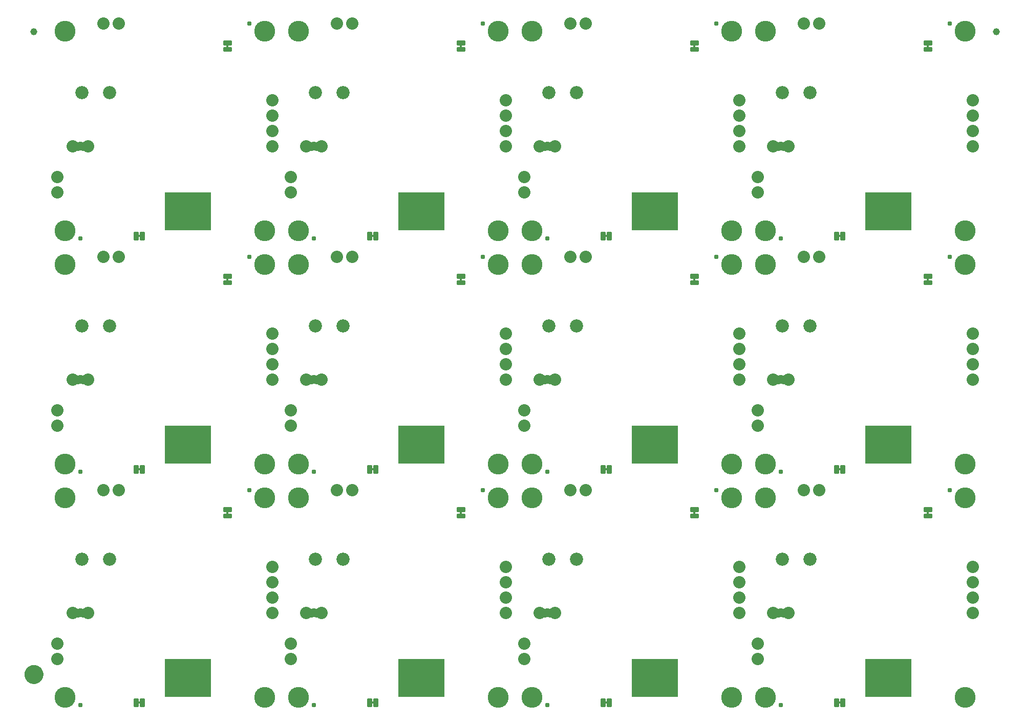
<source format=gbs>
G04 EAGLE Gerber RS-274X export*
G75*
%MOMM*%
%FSLAX34Y34*%
%LPD*%
%INSoldermask Bottom*%
%IPPOS*%
%AMOC8*
5,1,8,0,0,1.08239X$1,22.5*%
G01*
%ADD10R,7.620000X6.350000*%
%ADD11C,3.454400*%
%ADD12C,2.184400*%
%ADD13C,2.032000*%
%ADD14C,0.251966*%
%ADD15C,0.787400*%
%ADD16C,1.152400*%
%ADD17C,1.270000*%
%ADD18C,1.652400*%

G36*
X824930Y543953D02*
X824930Y543953D01*
X824996Y543955D01*
X825039Y543973D01*
X825086Y543981D01*
X825143Y544015D01*
X825203Y544040D01*
X825238Y544071D01*
X825279Y544096D01*
X825321Y544147D01*
X825369Y544191D01*
X825391Y544233D01*
X825420Y544270D01*
X825441Y544332D01*
X825472Y544391D01*
X825480Y544445D01*
X825492Y544482D01*
X825491Y544522D01*
X825499Y544576D01*
X825499Y557784D01*
X825488Y557849D01*
X825486Y557915D01*
X825468Y557958D01*
X825460Y558005D01*
X825426Y558062D01*
X825401Y558122D01*
X825370Y558157D01*
X825345Y558198D01*
X825294Y558240D01*
X825250Y558288D01*
X825208Y558310D01*
X825171Y558339D01*
X825109Y558360D01*
X825050Y558391D01*
X824996Y558399D01*
X824959Y558411D01*
X824919Y558410D01*
X824865Y558418D01*
X821055Y558418D01*
X820990Y558407D01*
X820924Y558405D01*
X820881Y558387D01*
X820834Y558379D01*
X820777Y558345D01*
X820717Y558320D01*
X820682Y558289D01*
X820641Y558264D01*
X820600Y558213D01*
X820551Y558169D01*
X820529Y558127D01*
X820500Y558090D01*
X820479Y558028D01*
X820448Y557969D01*
X820440Y557915D01*
X820428Y557878D01*
X820429Y557838D01*
X820421Y557784D01*
X820421Y544576D01*
X820432Y544511D01*
X820434Y544445D01*
X820452Y544402D01*
X820460Y544355D01*
X820494Y544298D01*
X820519Y544238D01*
X820550Y544203D01*
X820575Y544162D01*
X820626Y544121D01*
X820670Y544072D01*
X820712Y544050D01*
X820749Y544021D01*
X820811Y544000D01*
X820870Y543969D01*
X820924Y543961D01*
X820961Y543949D01*
X821001Y543950D01*
X821055Y543942D01*
X824865Y543942D01*
X824930Y543953D01*
G37*
G36*
X1211010Y543953D02*
X1211010Y543953D01*
X1211076Y543955D01*
X1211119Y543973D01*
X1211166Y543981D01*
X1211223Y544015D01*
X1211283Y544040D01*
X1211318Y544071D01*
X1211359Y544096D01*
X1211401Y544147D01*
X1211449Y544191D01*
X1211471Y544233D01*
X1211500Y544270D01*
X1211521Y544332D01*
X1211552Y544391D01*
X1211560Y544445D01*
X1211572Y544482D01*
X1211571Y544522D01*
X1211579Y544576D01*
X1211579Y557784D01*
X1211568Y557849D01*
X1211566Y557915D01*
X1211548Y557958D01*
X1211540Y558005D01*
X1211506Y558062D01*
X1211481Y558122D01*
X1211450Y558157D01*
X1211425Y558198D01*
X1211374Y558240D01*
X1211330Y558288D01*
X1211288Y558310D01*
X1211251Y558339D01*
X1211189Y558360D01*
X1211130Y558391D01*
X1211076Y558399D01*
X1211039Y558411D01*
X1210999Y558410D01*
X1210945Y558418D01*
X1207135Y558418D01*
X1207070Y558407D01*
X1207004Y558405D01*
X1206961Y558387D01*
X1206914Y558379D01*
X1206857Y558345D01*
X1206797Y558320D01*
X1206762Y558289D01*
X1206721Y558264D01*
X1206680Y558213D01*
X1206631Y558169D01*
X1206609Y558127D01*
X1206580Y558090D01*
X1206559Y558028D01*
X1206528Y557969D01*
X1206520Y557915D01*
X1206508Y557878D01*
X1206509Y557838D01*
X1206501Y557784D01*
X1206501Y544576D01*
X1206512Y544511D01*
X1206514Y544445D01*
X1206532Y544402D01*
X1206540Y544355D01*
X1206574Y544298D01*
X1206599Y544238D01*
X1206630Y544203D01*
X1206655Y544162D01*
X1206706Y544121D01*
X1206750Y544072D01*
X1206792Y544050D01*
X1206829Y544021D01*
X1206891Y544000D01*
X1206950Y543969D01*
X1207004Y543961D01*
X1207041Y543949D01*
X1207081Y543950D01*
X1207135Y543942D01*
X1210945Y543942D01*
X1211010Y543953D01*
G37*
G36*
X438850Y543953D02*
X438850Y543953D01*
X438916Y543955D01*
X438959Y543973D01*
X439006Y543981D01*
X439063Y544015D01*
X439123Y544040D01*
X439158Y544071D01*
X439199Y544096D01*
X439241Y544147D01*
X439289Y544191D01*
X439311Y544233D01*
X439340Y544270D01*
X439361Y544332D01*
X439392Y544391D01*
X439400Y544445D01*
X439412Y544482D01*
X439411Y544522D01*
X439419Y544576D01*
X439419Y557784D01*
X439408Y557849D01*
X439406Y557915D01*
X439388Y557958D01*
X439380Y558005D01*
X439346Y558062D01*
X439321Y558122D01*
X439290Y558157D01*
X439265Y558198D01*
X439214Y558240D01*
X439170Y558288D01*
X439128Y558310D01*
X439091Y558339D01*
X439029Y558360D01*
X438970Y558391D01*
X438916Y558399D01*
X438879Y558411D01*
X438839Y558410D01*
X438785Y558418D01*
X434975Y558418D01*
X434910Y558407D01*
X434844Y558405D01*
X434801Y558387D01*
X434754Y558379D01*
X434697Y558345D01*
X434637Y558320D01*
X434602Y558289D01*
X434561Y558264D01*
X434520Y558213D01*
X434471Y558169D01*
X434449Y558127D01*
X434420Y558090D01*
X434399Y558028D01*
X434368Y557969D01*
X434360Y557915D01*
X434348Y557878D01*
X434349Y557838D01*
X434341Y557784D01*
X434341Y544576D01*
X434352Y544511D01*
X434354Y544445D01*
X434372Y544402D01*
X434380Y544355D01*
X434414Y544298D01*
X434439Y544238D01*
X434470Y544203D01*
X434495Y544162D01*
X434546Y544121D01*
X434590Y544072D01*
X434632Y544050D01*
X434669Y544021D01*
X434731Y544000D01*
X434790Y543969D01*
X434844Y543961D01*
X434881Y543949D01*
X434921Y543950D01*
X434975Y543942D01*
X438785Y543942D01*
X438850Y543953D01*
G37*
G36*
X52770Y543953D02*
X52770Y543953D01*
X52836Y543955D01*
X52879Y543973D01*
X52926Y543981D01*
X52983Y544015D01*
X53043Y544040D01*
X53078Y544071D01*
X53119Y544096D01*
X53161Y544147D01*
X53209Y544191D01*
X53231Y544233D01*
X53260Y544270D01*
X53281Y544332D01*
X53312Y544391D01*
X53320Y544445D01*
X53332Y544482D01*
X53331Y544522D01*
X53339Y544576D01*
X53339Y557784D01*
X53328Y557849D01*
X53326Y557915D01*
X53308Y557958D01*
X53300Y558005D01*
X53266Y558062D01*
X53241Y558122D01*
X53210Y558157D01*
X53185Y558198D01*
X53134Y558240D01*
X53090Y558288D01*
X53048Y558310D01*
X53011Y558339D01*
X52949Y558360D01*
X52890Y558391D01*
X52836Y558399D01*
X52799Y558411D01*
X52759Y558410D01*
X52705Y558418D01*
X48895Y558418D01*
X48830Y558407D01*
X48764Y558405D01*
X48721Y558387D01*
X48674Y558379D01*
X48617Y558345D01*
X48557Y558320D01*
X48522Y558289D01*
X48481Y558264D01*
X48440Y558213D01*
X48391Y558169D01*
X48369Y558127D01*
X48340Y558090D01*
X48319Y558028D01*
X48288Y557969D01*
X48280Y557915D01*
X48268Y557878D01*
X48269Y557838D01*
X48261Y557784D01*
X48261Y544576D01*
X48272Y544511D01*
X48274Y544445D01*
X48292Y544402D01*
X48300Y544355D01*
X48334Y544298D01*
X48359Y544238D01*
X48390Y544203D01*
X48415Y544162D01*
X48466Y544121D01*
X48510Y544072D01*
X48552Y544050D01*
X48589Y544021D01*
X48651Y544000D01*
X48710Y543969D01*
X48764Y543961D01*
X48801Y543949D01*
X48841Y543950D01*
X48895Y543942D01*
X52705Y543942D01*
X52770Y543953D01*
G37*
G36*
X824930Y930033D02*
X824930Y930033D01*
X824996Y930035D01*
X825039Y930053D01*
X825086Y930061D01*
X825143Y930095D01*
X825203Y930120D01*
X825238Y930151D01*
X825279Y930176D01*
X825321Y930227D01*
X825369Y930271D01*
X825391Y930313D01*
X825420Y930350D01*
X825441Y930412D01*
X825472Y930471D01*
X825480Y930525D01*
X825492Y930562D01*
X825491Y930602D01*
X825499Y930656D01*
X825499Y943864D01*
X825488Y943929D01*
X825486Y943995D01*
X825468Y944038D01*
X825460Y944085D01*
X825426Y944142D01*
X825401Y944202D01*
X825370Y944237D01*
X825345Y944278D01*
X825294Y944320D01*
X825250Y944368D01*
X825208Y944390D01*
X825171Y944419D01*
X825109Y944440D01*
X825050Y944471D01*
X824996Y944479D01*
X824959Y944491D01*
X824919Y944490D01*
X824865Y944498D01*
X821055Y944498D01*
X820990Y944487D01*
X820924Y944485D01*
X820881Y944467D01*
X820834Y944459D01*
X820777Y944425D01*
X820717Y944400D01*
X820682Y944369D01*
X820641Y944344D01*
X820600Y944293D01*
X820551Y944249D01*
X820529Y944207D01*
X820500Y944170D01*
X820479Y944108D01*
X820448Y944049D01*
X820440Y943995D01*
X820428Y943958D01*
X820429Y943918D01*
X820421Y943864D01*
X820421Y930656D01*
X820432Y930591D01*
X820434Y930525D01*
X820452Y930482D01*
X820460Y930435D01*
X820494Y930378D01*
X820519Y930318D01*
X820550Y930283D01*
X820575Y930242D01*
X820626Y930201D01*
X820670Y930152D01*
X820712Y930130D01*
X820749Y930101D01*
X820811Y930080D01*
X820870Y930049D01*
X820924Y930041D01*
X820961Y930029D01*
X821001Y930030D01*
X821055Y930022D01*
X824865Y930022D01*
X824930Y930033D01*
G37*
G36*
X1211010Y930033D02*
X1211010Y930033D01*
X1211076Y930035D01*
X1211119Y930053D01*
X1211166Y930061D01*
X1211223Y930095D01*
X1211283Y930120D01*
X1211318Y930151D01*
X1211359Y930176D01*
X1211401Y930227D01*
X1211449Y930271D01*
X1211471Y930313D01*
X1211500Y930350D01*
X1211521Y930412D01*
X1211552Y930471D01*
X1211560Y930525D01*
X1211572Y930562D01*
X1211571Y930602D01*
X1211579Y930656D01*
X1211579Y943864D01*
X1211568Y943929D01*
X1211566Y943995D01*
X1211548Y944038D01*
X1211540Y944085D01*
X1211506Y944142D01*
X1211481Y944202D01*
X1211450Y944237D01*
X1211425Y944278D01*
X1211374Y944320D01*
X1211330Y944368D01*
X1211288Y944390D01*
X1211251Y944419D01*
X1211189Y944440D01*
X1211130Y944471D01*
X1211076Y944479D01*
X1211039Y944491D01*
X1210999Y944490D01*
X1210945Y944498D01*
X1207135Y944498D01*
X1207070Y944487D01*
X1207004Y944485D01*
X1206961Y944467D01*
X1206914Y944459D01*
X1206857Y944425D01*
X1206797Y944400D01*
X1206762Y944369D01*
X1206721Y944344D01*
X1206680Y944293D01*
X1206631Y944249D01*
X1206609Y944207D01*
X1206580Y944170D01*
X1206559Y944108D01*
X1206528Y944049D01*
X1206520Y943995D01*
X1206508Y943958D01*
X1206509Y943918D01*
X1206501Y943864D01*
X1206501Y930656D01*
X1206512Y930591D01*
X1206514Y930525D01*
X1206532Y930482D01*
X1206540Y930435D01*
X1206574Y930378D01*
X1206599Y930318D01*
X1206630Y930283D01*
X1206655Y930242D01*
X1206706Y930201D01*
X1206750Y930152D01*
X1206792Y930130D01*
X1206829Y930101D01*
X1206891Y930080D01*
X1206950Y930049D01*
X1207004Y930041D01*
X1207041Y930029D01*
X1207081Y930030D01*
X1207135Y930022D01*
X1210945Y930022D01*
X1211010Y930033D01*
G37*
G36*
X438850Y930033D02*
X438850Y930033D01*
X438916Y930035D01*
X438959Y930053D01*
X439006Y930061D01*
X439063Y930095D01*
X439123Y930120D01*
X439158Y930151D01*
X439199Y930176D01*
X439241Y930227D01*
X439289Y930271D01*
X439311Y930313D01*
X439340Y930350D01*
X439361Y930412D01*
X439392Y930471D01*
X439400Y930525D01*
X439412Y930562D01*
X439411Y930602D01*
X439419Y930656D01*
X439419Y943864D01*
X439408Y943929D01*
X439406Y943995D01*
X439388Y944038D01*
X439380Y944085D01*
X439346Y944142D01*
X439321Y944202D01*
X439290Y944237D01*
X439265Y944278D01*
X439214Y944320D01*
X439170Y944368D01*
X439128Y944390D01*
X439091Y944419D01*
X439029Y944440D01*
X438970Y944471D01*
X438916Y944479D01*
X438879Y944491D01*
X438839Y944490D01*
X438785Y944498D01*
X434975Y944498D01*
X434910Y944487D01*
X434844Y944485D01*
X434801Y944467D01*
X434754Y944459D01*
X434697Y944425D01*
X434637Y944400D01*
X434602Y944369D01*
X434561Y944344D01*
X434520Y944293D01*
X434471Y944249D01*
X434449Y944207D01*
X434420Y944170D01*
X434399Y944108D01*
X434368Y944049D01*
X434360Y943995D01*
X434348Y943958D01*
X434349Y943918D01*
X434341Y943864D01*
X434341Y930656D01*
X434352Y930591D01*
X434354Y930525D01*
X434372Y930482D01*
X434380Y930435D01*
X434414Y930378D01*
X434439Y930318D01*
X434470Y930283D01*
X434495Y930242D01*
X434546Y930201D01*
X434590Y930152D01*
X434632Y930130D01*
X434669Y930101D01*
X434731Y930080D01*
X434790Y930049D01*
X434844Y930041D01*
X434881Y930029D01*
X434921Y930030D01*
X434975Y930022D01*
X438785Y930022D01*
X438850Y930033D01*
G37*
G36*
X52770Y930033D02*
X52770Y930033D01*
X52836Y930035D01*
X52879Y930053D01*
X52926Y930061D01*
X52983Y930095D01*
X53043Y930120D01*
X53078Y930151D01*
X53119Y930176D01*
X53161Y930227D01*
X53209Y930271D01*
X53231Y930313D01*
X53260Y930350D01*
X53281Y930412D01*
X53312Y930471D01*
X53320Y930525D01*
X53332Y930562D01*
X53331Y930602D01*
X53339Y930656D01*
X53339Y943864D01*
X53328Y943929D01*
X53326Y943995D01*
X53308Y944038D01*
X53300Y944085D01*
X53266Y944142D01*
X53241Y944202D01*
X53210Y944237D01*
X53185Y944278D01*
X53134Y944320D01*
X53090Y944368D01*
X53048Y944390D01*
X53011Y944419D01*
X52949Y944440D01*
X52890Y944471D01*
X52836Y944479D01*
X52799Y944491D01*
X52759Y944490D01*
X52705Y944498D01*
X48895Y944498D01*
X48830Y944487D01*
X48764Y944485D01*
X48721Y944467D01*
X48674Y944459D01*
X48617Y944425D01*
X48557Y944400D01*
X48522Y944369D01*
X48481Y944344D01*
X48440Y944293D01*
X48391Y944249D01*
X48369Y944207D01*
X48340Y944170D01*
X48319Y944108D01*
X48288Y944049D01*
X48280Y943995D01*
X48268Y943958D01*
X48269Y943918D01*
X48261Y943864D01*
X48261Y930656D01*
X48272Y930591D01*
X48274Y930525D01*
X48292Y930482D01*
X48300Y930435D01*
X48334Y930378D01*
X48359Y930318D01*
X48390Y930283D01*
X48415Y930242D01*
X48466Y930201D01*
X48510Y930152D01*
X48552Y930130D01*
X48589Y930101D01*
X48651Y930080D01*
X48710Y930049D01*
X48764Y930041D01*
X48801Y930029D01*
X48841Y930030D01*
X48895Y930022D01*
X52705Y930022D01*
X52770Y930033D01*
G37*
G36*
X438850Y157873D02*
X438850Y157873D01*
X438916Y157875D01*
X438959Y157893D01*
X439006Y157901D01*
X439063Y157935D01*
X439123Y157960D01*
X439158Y157991D01*
X439199Y158016D01*
X439241Y158067D01*
X439289Y158111D01*
X439311Y158153D01*
X439340Y158190D01*
X439361Y158252D01*
X439392Y158311D01*
X439400Y158365D01*
X439412Y158402D01*
X439411Y158442D01*
X439419Y158496D01*
X439419Y171704D01*
X439408Y171769D01*
X439406Y171835D01*
X439388Y171878D01*
X439380Y171925D01*
X439346Y171982D01*
X439321Y172042D01*
X439290Y172077D01*
X439265Y172118D01*
X439214Y172160D01*
X439170Y172208D01*
X439128Y172230D01*
X439091Y172259D01*
X439029Y172280D01*
X438970Y172311D01*
X438916Y172319D01*
X438879Y172331D01*
X438839Y172330D01*
X438785Y172338D01*
X434975Y172338D01*
X434910Y172327D01*
X434844Y172325D01*
X434801Y172307D01*
X434754Y172299D01*
X434697Y172265D01*
X434637Y172240D01*
X434602Y172209D01*
X434561Y172184D01*
X434520Y172133D01*
X434471Y172089D01*
X434449Y172047D01*
X434420Y172010D01*
X434399Y171948D01*
X434368Y171889D01*
X434360Y171835D01*
X434348Y171798D01*
X434349Y171758D01*
X434341Y171704D01*
X434341Y158496D01*
X434352Y158431D01*
X434354Y158365D01*
X434372Y158322D01*
X434380Y158275D01*
X434414Y158218D01*
X434439Y158158D01*
X434470Y158123D01*
X434495Y158082D01*
X434546Y158041D01*
X434590Y157992D01*
X434632Y157970D01*
X434669Y157941D01*
X434731Y157920D01*
X434790Y157889D01*
X434844Y157881D01*
X434881Y157869D01*
X434921Y157870D01*
X434975Y157862D01*
X438785Y157862D01*
X438850Y157873D01*
G37*
G36*
X824930Y157873D02*
X824930Y157873D01*
X824996Y157875D01*
X825039Y157893D01*
X825086Y157901D01*
X825143Y157935D01*
X825203Y157960D01*
X825238Y157991D01*
X825279Y158016D01*
X825321Y158067D01*
X825369Y158111D01*
X825391Y158153D01*
X825420Y158190D01*
X825441Y158252D01*
X825472Y158311D01*
X825480Y158365D01*
X825492Y158402D01*
X825491Y158442D01*
X825499Y158496D01*
X825499Y171704D01*
X825488Y171769D01*
X825486Y171835D01*
X825468Y171878D01*
X825460Y171925D01*
X825426Y171982D01*
X825401Y172042D01*
X825370Y172077D01*
X825345Y172118D01*
X825294Y172160D01*
X825250Y172208D01*
X825208Y172230D01*
X825171Y172259D01*
X825109Y172280D01*
X825050Y172311D01*
X824996Y172319D01*
X824959Y172331D01*
X824919Y172330D01*
X824865Y172338D01*
X821055Y172338D01*
X820990Y172327D01*
X820924Y172325D01*
X820881Y172307D01*
X820834Y172299D01*
X820777Y172265D01*
X820717Y172240D01*
X820682Y172209D01*
X820641Y172184D01*
X820600Y172133D01*
X820551Y172089D01*
X820529Y172047D01*
X820500Y172010D01*
X820479Y171948D01*
X820448Y171889D01*
X820440Y171835D01*
X820428Y171798D01*
X820429Y171758D01*
X820421Y171704D01*
X820421Y158496D01*
X820432Y158431D01*
X820434Y158365D01*
X820452Y158322D01*
X820460Y158275D01*
X820494Y158218D01*
X820519Y158158D01*
X820550Y158123D01*
X820575Y158082D01*
X820626Y158041D01*
X820670Y157992D01*
X820712Y157970D01*
X820749Y157941D01*
X820811Y157920D01*
X820870Y157889D01*
X820924Y157881D01*
X820961Y157869D01*
X821001Y157870D01*
X821055Y157862D01*
X824865Y157862D01*
X824930Y157873D01*
G37*
G36*
X1211010Y157873D02*
X1211010Y157873D01*
X1211076Y157875D01*
X1211119Y157893D01*
X1211166Y157901D01*
X1211223Y157935D01*
X1211283Y157960D01*
X1211318Y157991D01*
X1211359Y158016D01*
X1211401Y158067D01*
X1211449Y158111D01*
X1211471Y158153D01*
X1211500Y158190D01*
X1211521Y158252D01*
X1211552Y158311D01*
X1211560Y158365D01*
X1211572Y158402D01*
X1211571Y158442D01*
X1211579Y158496D01*
X1211579Y171704D01*
X1211568Y171769D01*
X1211566Y171835D01*
X1211548Y171878D01*
X1211540Y171925D01*
X1211506Y171982D01*
X1211481Y172042D01*
X1211450Y172077D01*
X1211425Y172118D01*
X1211374Y172160D01*
X1211330Y172208D01*
X1211288Y172230D01*
X1211251Y172259D01*
X1211189Y172280D01*
X1211130Y172311D01*
X1211076Y172319D01*
X1211039Y172331D01*
X1210999Y172330D01*
X1210945Y172338D01*
X1207135Y172338D01*
X1207070Y172327D01*
X1207004Y172325D01*
X1206961Y172307D01*
X1206914Y172299D01*
X1206857Y172265D01*
X1206797Y172240D01*
X1206762Y172209D01*
X1206721Y172184D01*
X1206680Y172133D01*
X1206631Y172089D01*
X1206609Y172047D01*
X1206580Y172010D01*
X1206559Y171948D01*
X1206528Y171889D01*
X1206520Y171835D01*
X1206508Y171798D01*
X1206509Y171758D01*
X1206501Y171704D01*
X1206501Y158496D01*
X1206512Y158431D01*
X1206514Y158365D01*
X1206532Y158322D01*
X1206540Y158275D01*
X1206574Y158218D01*
X1206599Y158158D01*
X1206630Y158123D01*
X1206655Y158082D01*
X1206706Y158041D01*
X1206750Y157992D01*
X1206792Y157970D01*
X1206829Y157941D01*
X1206891Y157920D01*
X1206950Y157889D01*
X1207004Y157881D01*
X1207041Y157869D01*
X1207081Y157870D01*
X1207135Y157862D01*
X1210945Y157862D01*
X1211010Y157873D01*
G37*
G36*
X52770Y157873D02*
X52770Y157873D01*
X52836Y157875D01*
X52879Y157893D01*
X52926Y157901D01*
X52983Y157935D01*
X53043Y157960D01*
X53078Y157991D01*
X53119Y158016D01*
X53161Y158067D01*
X53209Y158111D01*
X53231Y158153D01*
X53260Y158190D01*
X53281Y158252D01*
X53312Y158311D01*
X53320Y158365D01*
X53332Y158402D01*
X53331Y158442D01*
X53339Y158496D01*
X53339Y171704D01*
X53328Y171769D01*
X53326Y171835D01*
X53308Y171878D01*
X53300Y171925D01*
X53266Y171982D01*
X53241Y172042D01*
X53210Y172077D01*
X53185Y172118D01*
X53134Y172160D01*
X53090Y172208D01*
X53048Y172230D01*
X53011Y172259D01*
X52949Y172280D01*
X52890Y172311D01*
X52836Y172319D01*
X52799Y172331D01*
X52759Y172330D01*
X52705Y172338D01*
X48895Y172338D01*
X48830Y172327D01*
X48764Y172325D01*
X48721Y172307D01*
X48674Y172299D01*
X48617Y172265D01*
X48557Y172240D01*
X48522Y172209D01*
X48481Y172184D01*
X48440Y172133D01*
X48391Y172089D01*
X48369Y172047D01*
X48340Y172010D01*
X48319Y171948D01*
X48288Y171889D01*
X48280Y171835D01*
X48268Y171798D01*
X48269Y171758D01*
X48261Y171704D01*
X48261Y158496D01*
X48272Y158431D01*
X48274Y158365D01*
X48292Y158322D01*
X48300Y158275D01*
X48334Y158218D01*
X48359Y158158D01*
X48390Y158123D01*
X48415Y158082D01*
X48466Y158041D01*
X48510Y157992D01*
X48552Y157970D01*
X48589Y157941D01*
X48651Y157920D01*
X48710Y157889D01*
X48764Y157881D01*
X48801Y157869D01*
X48841Y157870D01*
X48895Y157862D01*
X52705Y157862D01*
X52770Y157873D01*
G37*
G36*
X1453351Y1100671D02*
X1453351Y1100671D01*
X1453417Y1100673D01*
X1453461Y1100690D01*
X1453507Y1100699D01*
X1453564Y1100732D01*
X1453625Y1100757D01*
X1453660Y1100789D01*
X1453700Y1100813D01*
X1453742Y1100864D01*
X1453790Y1100908D01*
X1453812Y1100950D01*
X1453842Y1100987D01*
X1453863Y1101049D01*
X1453893Y1101108D01*
X1453901Y1101162D01*
X1453914Y1101200D01*
X1453913Y1101239D01*
X1453921Y1101293D01*
X1453921Y1105103D01*
X1453909Y1105168D01*
X1453907Y1105234D01*
X1453889Y1105277D01*
X1453881Y1105324D01*
X1453847Y1105381D01*
X1453823Y1105442D01*
X1453791Y1105477D01*
X1453767Y1105517D01*
X1453716Y1105559D01*
X1453671Y1105607D01*
X1453629Y1105629D01*
X1453593Y1105659D01*
X1453530Y1105680D01*
X1453472Y1105710D01*
X1453417Y1105718D01*
X1453380Y1105731D01*
X1453341Y1105729D01*
X1453286Y1105737D01*
X1450746Y1105737D01*
X1450682Y1105726D01*
X1450616Y1105724D01*
X1450572Y1105706D01*
X1450526Y1105698D01*
X1450469Y1105664D01*
X1450408Y1105640D01*
X1450373Y1105608D01*
X1450332Y1105584D01*
X1450291Y1105533D01*
X1450242Y1105488D01*
X1450221Y1105446D01*
X1450191Y1105409D01*
X1450170Y1105347D01*
X1450140Y1105289D01*
X1450132Y1105234D01*
X1450119Y1105197D01*
X1450119Y1105193D01*
X1450119Y1105192D01*
X1450120Y1105157D01*
X1450112Y1105103D01*
X1450112Y1101293D01*
X1450124Y1101228D01*
X1450126Y1101163D01*
X1450143Y1101119D01*
X1450152Y1101072D01*
X1450185Y1101016D01*
X1450210Y1100955D01*
X1450242Y1100920D01*
X1450266Y1100879D01*
X1450317Y1100838D01*
X1450361Y1100789D01*
X1450404Y1100768D01*
X1450440Y1100738D01*
X1450502Y1100717D01*
X1450561Y1100687D01*
X1450615Y1100679D01*
X1450653Y1100666D01*
X1450692Y1100667D01*
X1450746Y1100659D01*
X1453286Y1100659D01*
X1453351Y1100671D01*
G37*
G36*
X1067271Y1100671D02*
X1067271Y1100671D01*
X1067337Y1100673D01*
X1067381Y1100690D01*
X1067427Y1100699D01*
X1067484Y1100732D01*
X1067545Y1100757D01*
X1067580Y1100789D01*
X1067620Y1100813D01*
X1067662Y1100864D01*
X1067710Y1100908D01*
X1067732Y1100950D01*
X1067762Y1100987D01*
X1067783Y1101049D01*
X1067813Y1101108D01*
X1067821Y1101162D01*
X1067834Y1101200D01*
X1067833Y1101239D01*
X1067841Y1101293D01*
X1067841Y1105103D01*
X1067829Y1105168D01*
X1067827Y1105234D01*
X1067809Y1105277D01*
X1067801Y1105324D01*
X1067767Y1105381D01*
X1067743Y1105442D01*
X1067711Y1105477D01*
X1067687Y1105517D01*
X1067636Y1105559D01*
X1067591Y1105607D01*
X1067549Y1105629D01*
X1067513Y1105659D01*
X1067450Y1105680D01*
X1067392Y1105710D01*
X1067337Y1105718D01*
X1067300Y1105731D01*
X1067261Y1105729D01*
X1067206Y1105737D01*
X1064666Y1105737D01*
X1064602Y1105726D01*
X1064536Y1105724D01*
X1064492Y1105706D01*
X1064446Y1105698D01*
X1064389Y1105664D01*
X1064328Y1105640D01*
X1064293Y1105608D01*
X1064252Y1105584D01*
X1064211Y1105533D01*
X1064162Y1105488D01*
X1064141Y1105446D01*
X1064111Y1105409D01*
X1064090Y1105347D01*
X1064060Y1105289D01*
X1064052Y1105234D01*
X1064039Y1105197D01*
X1064039Y1105193D01*
X1064039Y1105192D01*
X1064040Y1105157D01*
X1064032Y1105103D01*
X1064032Y1101293D01*
X1064044Y1101228D01*
X1064046Y1101163D01*
X1064063Y1101119D01*
X1064072Y1101072D01*
X1064105Y1101016D01*
X1064130Y1100955D01*
X1064162Y1100920D01*
X1064186Y1100879D01*
X1064237Y1100838D01*
X1064281Y1100789D01*
X1064324Y1100768D01*
X1064360Y1100738D01*
X1064422Y1100717D01*
X1064481Y1100687D01*
X1064535Y1100679D01*
X1064573Y1100666D01*
X1064612Y1100667D01*
X1064666Y1100659D01*
X1067206Y1100659D01*
X1067271Y1100671D01*
G37*
G36*
X1453351Y714591D02*
X1453351Y714591D01*
X1453417Y714593D01*
X1453461Y714610D01*
X1453507Y714619D01*
X1453564Y714652D01*
X1453625Y714677D01*
X1453660Y714709D01*
X1453700Y714733D01*
X1453742Y714784D01*
X1453790Y714828D01*
X1453812Y714870D01*
X1453842Y714907D01*
X1453863Y714969D01*
X1453893Y715028D01*
X1453901Y715082D01*
X1453914Y715120D01*
X1453913Y715159D01*
X1453921Y715213D01*
X1453921Y719023D01*
X1453909Y719088D01*
X1453907Y719154D01*
X1453889Y719197D01*
X1453881Y719244D01*
X1453847Y719301D01*
X1453823Y719362D01*
X1453791Y719397D01*
X1453767Y719437D01*
X1453716Y719479D01*
X1453671Y719527D01*
X1453629Y719549D01*
X1453593Y719579D01*
X1453530Y719600D01*
X1453472Y719630D01*
X1453417Y719638D01*
X1453380Y719651D01*
X1453341Y719649D01*
X1453286Y719657D01*
X1450746Y719657D01*
X1450682Y719646D01*
X1450616Y719644D01*
X1450572Y719626D01*
X1450526Y719618D01*
X1450469Y719584D01*
X1450408Y719560D01*
X1450373Y719528D01*
X1450332Y719504D01*
X1450291Y719453D01*
X1450242Y719408D01*
X1450221Y719366D01*
X1450191Y719329D01*
X1450170Y719267D01*
X1450140Y719209D01*
X1450132Y719154D01*
X1450119Y719117D01*
X1450119Y719113D01*
X1450119Y719112D01*
X1450120Y719077D01*
X1450112Y719023D01*
X1450112Y715213D01*
X1450124Y715148D01*
X1450126Y715083D01*
X1450143Y715039D01*
X1450152Y714992D01*
X1450185Y714936D01*
X1450210Y714875D01*
X1450242Y714840D01*
X1450266Y714799D01*
X1450317Y714758D01*
X1450361Y714709D01*
X1450404Y714688D01*
X1450440Y714658D01*
X1450502Y714637D01*
X1450561Y714607D01*
X1450615Y714599D01*
X1450653Y714586D01*
X1450692Y714587D01*
X1450746Y714579D01*
X1453286Y714579D01*
X1453351Y714591D01*
G37*
G36*
X681191Y714591D02*
X681191Y714591D01*
X681257Y714593D01*
X681301Y714610D01*
X681347Y714619D01*
X681404Y714652D01*
X681465Y714677D01*
X681500Y714709D01*
X681540Y714733D01*
X681582Y714784D01*
X681630Y714828D01*
X681652Y714870D01*
X681682Y714907D01*
X681703Y714969D01*
X681733Y715028D01*
X681741Y715082D01*
X681754Y715120D01*
X681753Y715159D01*
X681761Y715213D01*
X681761Y719023D01*
X681749Y719088D01*
X681747Y719154D01*
X681729Y719197D01*
X681721Y719244D01*
X681687Y719301D01*
X681663Y719362D01*
X681631Y719397D01*
X681607Y719437D01*
X681556Y719479D01*
X681511Y719527D01*
X681469Y719549D01*
X681433Y719579D01*
X681370Y719600D01*
X681312Y719630D01*
X681257Y719638D01*
X681220Y719651D01*
X681181Y719649D01*
X681126Y719657D01*
X678586Y719657D01*
X678522Y719646D01*
X678456Y719644D01*
X678412Y719626D01*
X678366Y719618D01*
X678309Y719584D01*
X678248Y719560D01*
X678213Y719528D01*
X678172Y719504D01*
X678131Y719453D01*
X678082Y719408D01*
X678061Y719366D01*
X678031Y719329D01*
X678010Y719267D01*
X677980Y719209D01*
X677972Y719154D01*
X677959Y719117D01*
X677959Y719113D01*
X677959Y719112D01*
X677960Y719077D01*
X677952Y719023D01*
X677952Y715213D01*
X677964Y715148D01*
X677966Y715083D01*
X677983Y715039D01*
X677992Y714992D01*
X678025Y714936D01*
X678050Y714875D01*
X678082Y714840D01*
X678106Y714799D01*
X678157Y714758D01*
X678201Y714709D01*
X678244Y714688D01*
X678280Y714658D01*
X678342Y714637D01*
X678401Y714607D01*
X678455Y714599D01*
X678493Y714586D01*
X678532Y714587D01*
X678586Y714579D01*
X681126Y714579D01*
X681191Y714591D01*
G37*
G36*
X295111Y714591D02*
X295111Y714591D01*
X295177Y714593D01*
X295221Y714610D01*
X295267Y714619D01*
X295324Y714652D01*
X295385Y714677D01*
X295420Y714709D01*
X295460Y714733D01*
X295502Y714784D01*
X295550Y714828D01*
X295572Y714870D01*
X295602Y714907D01*
X295623Y714969D01*
X295653Y715028D01*
X295661Y715082D01*
X295674Y715120D01*
X295673Y715159D01*
X295681Y715213D01*
X295681Y719023D01*
X295669Y719088D01*
X295667Y719154D01*
X295649Y719197D01*
X295641Y719244D01*
X295607Y719301D01*
X295583Y719362D01*
X295551Y719397D01*
X295527Y719437D01*
X295476Y719479D01*
X295431Y719527D01*
X295389Y719549D01*
X295353Y719579D01*
X295290Y719600D01*
X295232Y719630D01*
X295177Y719638D01*
X295140Y719651D01*
X295101Y719649D01*
X295046Y719657D01*
X292506Y719657D01*
X292442Y719646D01*
X292376Y719644D01*
X292332Y719626D01*
X292286Y719618D01*
X292229Y719584D01*
X292168Y719560D01*
X292133Y719528D01*
X292092Y719504D01*
X292051Y719453D01*
X292002Y719408D01*
X291981Y719366D01*
X291951Y719329D01*
X291930Y719267D01*
X291900Y719209D01*
X291892Y719154D01*
X291879Y719117D01*
X291879Y719113D01*
X291879Y719112D01*
X291880Y719077D01*
X291872Y719023D01*
X291872Y715213D01*
X291884Y715148D01*
X291886Y715083D01*
X291903Y715039D01*
X291912Y714992D01*
X291945Y714936D01*
X291970Y714875D01*
X292002Y714840D01*
X292026Y714799D01*
X292077Y714758D01*
X292121Y714709D01*
X292164Y714688D01*
X292200Y714658D01*
X292262Y714637D01*
X292321Y714607D01*
X292375Y714599D01*
X292413Y714586D01*
X292452Y714587D01*
X292506Y714579D01*
X295046Y714579D01*
X295111Y714591D01*
G37*
G36*
X1067271Y714591D02*
X1067271Y714591D01*
X1067337Y714593D01*
X1067381Y714610D01*
X1067427Y714619D01*
X1067484Y714652D01*
X1067545Y714677D01*
X1067580Y714709D01*
X1067620Y714733D01*
X1067662Y714784D01*
X1067710Y714828D01*
X1067732Y714870D01*
X1067762Y714907D01*
X1067783Y714969D01*
X1067813Y715028D01*
X1067821Y715082D01*
X1067834Y715120D01*
X1067833Y715159D01*
X1067841Y715213D01*
X1067841Y719023D01*
X1067829Y719088D01*
X1067827Y719154D01*
X1067809Y719197D01*
X1067801Y719244D01*
X1067767Y719301D01*
X1067743Y719362D01*
X1067711Y719397D01*
X1067687Y719437D01*
X1067636Y719479D01*
X1067591Y719527D01*
X1067549Y719549D01*
X1067513Y719579D01*
X1067450Y719600D01*
X1067392Y719630D01*
X1067337Y719638D01*
X1067300Y719651D01*
X1067261Y719649D01*
X1067206Y719657D01*
X1064666Y719657D01*
X1064602Y719646D01*
X1064536Y719644D01*
X1064492Y719626D01*
X1064446Y719618D01*
X1064389Y719584D01*
X1064328Y719560D01*
X1064293Y719528D01*
X1064252Y719504D01*
X1064211Y719453D01*
X1064162Y719408D01*
X1064141Y719366D01*
X1064111Y719329D01*
X1064090Y719267D01*
X1064060Y719209D01*
X1064052Y719154D01*
X1064039Y719117D01*
X1064039Y719113D01*
X1064039Y719112D01*
X1064040Y719077D01*
X1064032Y719023D01*
X1064032Y715213D01*
X1064044Y715148D01*
X1064046Y715083D01*
X1064063Y715039D01*
X1064072Y714992D01*
X1064105Y714936D01*
X1064130Y714875D01*
X1064162Y714840D01*
X1064186Y714799D01*
X1064237Y714758D01*
X1064281Y714709D01*
X1064324Y714688D01*
X1064360Y714658D01*
X1064422Y714637D01*
X1064481Y714607D01*
X1064535Y714599D01*
X1064573Y714586D01*
X1064612Y714587D01*
X1064666Y714579D01*
X1067206Y714579D01*
X1067271Y714591D01*
G37*
G36*
X681191Y1100671D02*
X681191Y1100671D01*
X681257Y1100673D01*
X681301Y1100690D01*
X681347Y1100699D01*
X681404Y1100732D01*
X681465Y1100757D01*
X681500Y1100789D01*
X681540Y1100813D01*
X681582Y1100864D01*
X681630Y1100908D01*
X681652Y1100950D01*
X681682Y1100987D01*
X681703Y1101049D01*
X681733Y1101108D01*
X681741Y1101162D01*
X681754Y1101200D01*
X681753Y1101239D01*
X681761Y1101293D01*
X681761Y1105103D01*
X681749Y1105168D01*
X681747Y1105234D01*
X681729Y1105277D01*
X681721Y1105324D01*
X681687Y1105381D01*
X681663Y1105442D01*
X681631Y1105477D01*
X681607Y1105517D01*
X681556Y1105559D01*
X681511Y1105607D01*
X681469Y1105629D01*
X681433Y1105659D01*
X681370Y1105680D01*
X681312Y1105710D01*
X681257Y1105718D01*
X681220Y1105731D01*
X681181Y1105729D01*
X681126Y1105737D01*
X678586Y1105737D01*
X678522Y1105726D01*
X678456Y1105724D01*
X678412Y1105706D01*
X678366Y1105698D01*
X678309Y1105664D01*
X678248Y1105640D01*
X678213Y1105608D01*
X678172Y1105584D01*
X678131Y1105533D01*
X678082Y1105488D01*
X678061Y1105446D01*
X678031Y1105409D01*
X678010Y1105347D01*
X677980Y1105289D01*
X677972Y1105234D01*
X677959Y1105197D01*
X677959Y1105193D01*
X677959Y1105192D01*
X677960Y1105157D01*
X677952Y1105103D01*
X677952Y1101293D01*
X677964Y1101228D01*
X677966Y1101163D01*
X677983Y1101119D01*
X677992Y1101072D01*
X678025Y1101016D01*
X678050Y1100955D01*
X678082Y1100920D01*
X678106Y1100879D01*
X678157Y1100838D01*
X678201Y1100789D01*
X678244Y1100768D01*
X678280Y1100738D01*
X678342Y1100717D01*
X678401Y1100687D01*
X678455Y1100679D01*
X678493Y1100666D01*
X678532Y1100667D01*
X678586Y1100659D01*
X681126Y1100659D01*
X681191Y1100671D01*
G37*
G36*
X1453351Y328511D02*
X1453351Y328511D01*
X1453417Y328513D01*
X1453461Y328530D01*
X1453507Y328539D01*
X1453564Y328572D01*
X1453625Y328597D01*
X1453660Y328629D01*
X1453700Y328653D01*
X1453742Y328704D01*
X1453790Y328748D01*
X1453812Y328790D01*
X1453842Y328827D01*
X1453863Y328889D01*
X1453893Y328948D01*
X1453901Y329002D01*
X1453914Y329040D01*
X1453913Y329079D01*
X1453921Y329133D01*
X1453921Y332943D01*
X1453909Y333008D01*
X1453907Y333074D01*
X1453889Y333117D01*
X1453881Y333164D01*
X1453847Y333221D01*
X1453823Y333282D01*
X1453791Y333317D01*
X1453767Y333357D01*
X1453716Y333399D01*
X1453671Y333447D01*
X1453629Y333469D01*
X1453593Y333499D01*
X1453530Y333520D01*
X1453472Y333550D01*
X1453417Y333558D01*
X1453380Y333571D01*
X1453341Y333569D01*
X1453286Y333577D01*
X1450746Y333577D01*
X1450682Y333566D01*
X1450616Y333564D01*
X1450572Y333546D01*
X1450526Y333538D01*
X1450469Y333504D01*
X1450408Y333480D01*
X1450373Y333448D01*
X1450332Y333424D01*
X1450291Y333373D01*
X1450242Y333328D01*
X1450221Y333286D01*
X1450191Y333249D01*
X1450170Y333187D01*
X1450140Y333129D01*
X1450132Y333074D01*
X1450119Y333037D01*
X1450119Y333033D01*
X1450119Y333032D01*
X1450120Y332997D01*
X1450112Y332943D01*
X1450112Y329133D01*
X1450124Y329068D01*
X1450126Y329003D01*
X1450143Y328959D01*
X1450152Y328912D01*
X1450185Y328856D01*
X1450210Y328795D01*
X1450242Y328760D01*
X1450266Y328719D01*
X1450317Y328678D01*
X1450361Y328629D01*
X1450404Y328608D01*
X1450440Y328578D01*
X1450502Y328557D01*
X1450561Y328527D01*
X1450615Y328519D01*
X1450653Y328506D01*
X1450692Y328507D01*
X1450746Y328499D01*
X1453286Y328499D01*
X1453351Y328511D01*
G37*
G36*
X681191Y328511D02*
X681191Y328511D01*
X681257Y328513D01*
X681301Y328530D01*
X681347Y328539D01*
X681404Y328572D01*
X681465Y328597D01*
X681500Y328629D01*
X681540Y328653D01*
X681582Y328704D01*
X681630Y328748D01*
X681652Y328790D01*
X681682Y328827D01*
X681703Y328889D01*
X681733Y328948D01*
X681741Y329002D01*
X681754Y329040D01*
X681753Y329079D01*
X681761Y329133D01*
X681761Y332943D01*
X681749Y333008D01*
X681747Y333074D01*
X681729Y333117D01*
X681721Y333164D01*
X681687Y333221D01*
X681663Y333282D01*
X681631Y333317D01*
X681607Y333357D01*
X681556Y333399D01*
X681511Y333447D01*
X681469Y333469D01*
X681433Y333499D01*
X681370Y333520D01*
X681312Y333550D01*
X681257Y333558D01*
X681220Y333571D01*
X681181Y333569D01*
X681126Y333577D01*
X678586Y333577D01*
X678522Y333566D01*
X678456Y333564D01*
X678412Y333546D01*
X678366Y333538D01*
X678309Y333504D01*
X678248Y333480D01*
X678213Y333448D01*
X678172Y333424D01*
X678131Y333373D01*
X678082Y333328D01*
X678061Y333286D01*
X678031Y333249D01*
X678010Y333187D01*
X677980Y333129D01*
X677972Y333074D01*
X677959Y333037D01*
X677959Y333033D01*
X677959Y333032D01*
X677960Y332997D01*
X677952Y332943D01*
X677952Y329133D01*
X677964Y329068D01*
X677966Y329003D01*
X677983Y328959D01*
X677992Y328912D01*
X678025Y328856D01*
X678050Y328795D01*
X678082Y328760D01*
X678106Y328719D01*
X678157Y328678D01*
X678201Y328629D01*
X678244Y328608D01*
X678280Y328578D01*
X678342Y328557D01*
X678401Y328527D01*
X678455Y328519D01*
X678493Y328506D01*
X678532Y328507D01*
X678586Y328499D01*
X681126Y328499D01*
X681191Y328511D01*
G37*
G36*
X1067271Y328511D02*
X1067271Y328511D01*
X1067337Y328513D01*
X1067381Y328530D01*
X1067427Y328539D01*
X1067484Y328572D01*
X1067545Y328597D01*
X1067580Y328629D01*
X1067620Y328653D01*
X1067662Y328704D01*
X1067710Y328748D01*
X1067732Y328790D01*
X1067762Y328827D01*
X1067783Y328889D01*
X1067813Y328948D01*
X1067821Y329002D01*
X1067834Y329040D01*
X1067833Y329079D01*
X1067841Y329133D01*
X1067841Y332943D01*
X1067829Y333008D01*
X1067827Y333074D01*
X1067809Y333117D01*
X1067801Y333164D01*
X1067767Y333221D01*
X1067743Y333282D01*
X1067711Y333317D01*
X1067687Y333357D01*
X1067636Y333399D01*
X1067591Y333447D01*
X1067549Y333469D01*
X1067513Y333499D01*
X1067450Y333520D01*
X1067392Y333550D01*
X1067337Y333558D01*
X1067300Y333571D01*
X1067261Y333569D01*
X1067206Y333577D01*
X1064666Y333577D01*
X1064602Y333566D01*
X1064536Y333564D01*
X1064492Y333546D01*
X1064446Y333538D01*
X1064389Y333504D01*
X1064328Y333480D01*
X1064293Y333448D01*
X1064252Y333424D01*
X1064211Y333373D01*
X1064162Y333328D01*
X1064141Y333286D01*
X1064111Y333249D01*
X1064090Y333187D01*
X1064060Y333129D01*
X1064052Y333074D01*
X1064039Y333037D01*
X1064039Y333033D01*
X1064039Y333032D01*
X1064040Y332997D01*
X1064032Y332943D01*
X1064032Y329133D01*
X1064044Y329068D01*
X1064046Y329003D01*
X1064063Y328959D01*
X1064072Y328912D01*
X1064105Y328856D01*
X1064130Y328795D01*
X1064162Y328760D01*
X1064186Y328719D01*
X1064237Y328678D01*
X1064281Y328629D01*
X1064324Y328608D01*
X1064360Y328578D01*
X1064422Y328557D01*
X1064481Y328527D01*
X1064535Y328519D01*
X1064573Y328506D01*
X1064612Y328507D01*
X1064666Y328499D01*
X1067206Y328499D01*
X1067271Y328511D01*
G37*
G36*
X295111Y328511D02*
X295111Y328511D01*
X295177Y328513D01*
X295221Y328530D01*
X295267Y328539D01*
X295324Y328572D01*
X295385Y328597D01*
X295420Y328629D01*
X295460Y328653D01*
X295502Y328704D01*
X295550Y328748D01*
X295572Y328790D01*
X295602Y328827D01*
X295623Y328889D01*
X295653Y328948D01*
X295661Y329002D01*
X295674Y329040D01*
X295673Y329079D01*
X295681Y329133D01*
X295681Y332943D01*
X295669Y333008D01*
X295667Y333074D01*
X295649Y333117D01*
X295641Y333164D01*
X295607Y333221D01*
X295583Y333282D01*
X295551Y333317D01*
X295527Y333357D01*
X295476Y333399D01*
X295431Y333447D01*
X295389Y333469D01*
X295353Y333499D01*
X295290Y333520D01*
X295232Y333550D01*
X295177Y333558D01*
X295140Y333571D01*
X295101Y333569D01*
X295046Y333577D01*
X292506Y333577D01*
X292442Y333566D01*
X292376Y333564D01*
X292332Y333546D01*
X292286Y333538D01*
X292229Y333504D01*
X292168Y333480D01*
X292133Y333448D01*
X292092Y333424D01*
X292051Y333373D01*
X292002Y333328D01*
X291981Y333286D01*
X291951Y333249D01*
X291930Y333187D01*
X291900Y333129D01*
X291892Y333074D01*
X291879Y333037D01*
X291879Y333033D01*
X291879Y333032D01*
X291880Y332997D01*
X291872Y332943D01*
X291872Y329133D01*
X291884Y329068D01*
X291886Y329003D01*
X291903Y328959D01*
X291912Y328912D01*
X291945Y328856D01*
X291970Y328795D01*
X292002Y328760D01*
X292026Y328719D01*
X292077Y328678D01*
X292121Y328629D01*
X292164Y328608D01*
X292200Y328578D01*
X292262Y328557D01*
X292321Y328527D01*
X292375Y328519D01*
X292413Y328506D01*
X292452Y328507D01*
X292506Y328499D01*
X295046Y328499D01*
X295111Y328511D01*
G37*
G36*
X295111Y1100671D02*
X295111Y1100671D01*
X295177Y1100673D01*
X295221Y1100690D01*
X295267Y1100699D01*
X295324Y1100732D01*
X295385Y1100757D01*
X295420Y1100789D01*
X295460Y1100813D01*
X295502Y1100864D01*
X295550Y1100908D01*
X295572Y1100950D01*
X295602Y1100987D01*
X295623Y1101049D01*
X295653Y1101108D01*
X295661Y1101162D01*
X295674Y1101200D01*
X295673Y1101239D01*
X295681Y1101293D01*
X295681Y1105103D01*
X295669Y1105168D01*
X295667Y1105234D01*
X295649Y1105277D01*
X295641Y1105324D01*
X295607Y1105381D01*
X295583Y1105442D01*
X295551Y1105477D01*
X295527Y1105517D01*
X295476Y1105559D01*
X295431Y1105607D01*
X295389Y1105629D01*
X295353Y1105659D01*
X295290Y1105680D01*
X295232Y1105710D01*
X295177Y1105718D01*
X295140Y1105731D01*
X295101Y1105729D01*
X295046Y1105737D01*
X292506Y1105737D01*
X292442Y1105726D01*
X292376Y1105724D01*
X292332Y1105706D01*
X292286Y1105698D01*
X292229Y1105664D01*
X292168Y1105640D01*
X292133Y1105608D01*
X292092Y1105584D01*
X292051Y1105533D01*
X292002Y1105488D01*
X291981Y1105446D01*
X291951Y1105409D01*
X291930Y1105347D01*
X291900Y1105289D01*
X291892Y1105234D01*
X291879Y1105197D01*
X291879Y1105193D01*
X291879Y1105192D01*
X291880Y1105157D01*
X291872Y1105103D01*
X291872Y1101293D01*
X291884Y1101228D01*
X291886Y1101163D01*
X291903Y1101119D01*
X291912Y1101072D01*
X291945Y1101016D01*
X291970Y1100955D01*
X292002Y1100920D01*
X292026Y1100879D01*
X292077Y1100838D01*
X292121Y1100789D01*
X292164Y1100768D01*
X292200Y1100738D01*
X292262Y1100717D01*
X292321Y1100687D01*
X292375Y1100679D01*
X292413Y1100666D01*
X292452Y1100667D01*
X292506Y1100659D01*
X295046Y1100659D01*
X295111Y1100671D01*
G37*
G36*
X1308089Y787209D02*
X1308089Y787209D01*
X1308154Y787211D01*
X1308198Y787229D01*
X1308245Y787237D01*
X1308301Y787271D01*
X1308362Y787295D01*
X1308397Y787327D01*
X1308438Y787351D01*
X1308479Y787402D01*
X1308528Y787447D01*
X1308549Y787489D01*
X1308579Y787526D01*
X1308600Y787588D01*
X1308630Y787646D01*
X1308638Y787701D01*
X1308651Y787738D01*
X1308650Y787777D01*
X1308658Y787832D01*
X1308658Y790372D01*
X1308646Y790437D01*
X1308644Y790502D01*
X1308627Y790546D01*
X1308618Y790593D01*
X1308585Y790649D01*
X1308560Y790710D01*
X1308528Y790745D01*
X1308504Y790786D01*
X1308453Y790827D01*
X1308409Y790876D01*
X1308367Y790897D01*
X1308330Y790927D01*
X1308268Y790948D01*
X1308209Y790978D01*
X1308155Y790987D01*
X1308118Y790999D01*
X1308078Y790998D01*
X1308024Y791006D01*
X1304214Y791006D01*
X1304149Y790994D01*
X1304083Y790992D01*
X1304040Y790975D01*
X1303993Y790966D01*
X1303936Y790933D01*
X1303875Y790908D01*
X1303840Y790876D01*
X1303800Y790852D01*
X1303758Y790801D01*
X1303710Y790757D01*
X1303688Y790715D01*
X1303658Y790678D01*
X1303637Y790616D01*
X1303607Y790557D01*
X1303599Y790503D01*
X1303587Y790466D01*
X1303587Y790463D01*
X1303588Y790426D01*
X1303580Y790372D01*
X1303580Y787832D01*
X1303591Y787767D01*
X1303593Y787701D01*
X1303611Y787658D01*
X1303619Y787611D01*
X1303653Y787554D01*
X1303677Y787493D01*
X1303709Y787459D01*
X1303733Y787418D01*
X1303784Y787376D01*
X1303829Y787328D01*
X1303871Y787306D01*
X1303908Y787276D01*
X1303970Y787255D01*
X1304028Y787225D01*
X1304083Y787217D01*
X1304120Y787205D01*
X1304159Y787206D01*
X1304214Y787198D01*
X1308024Y787198D01*
X1308089Y787209D01*
G37*
G36*
X535929Y401129D02*
X535929Y401129D01*
X535994Y401131D01*
X536038Y401149D01*
X536085Y401157D01*
X536141Y401191D01*
X536202Y401215D01*
X536237Y401247D01*
X536278Y401271D01*
X536319Y401322D01*
X536368Y401367D01*
X536389Y401409D01*
X536419Y401446D01*
X536440Y401508D01*
X536470Y401566D01*
X536478Y401621D01*
X536491Y401658D01*
X536490Y401697D01*
X536498Y401752D01*
X536498Y404292D01*
X536486Y404357D01*
X536484Y404422D01*
X536467Y404466D01*
X536458Y404513D01*
X536425Y404569D01*
X536400Y404630D01*
X536368Y404665D01*
X536344Y404706D01*
X536293Y404747D01*
X536249Y404796D01*
X536207Y404817D01*
X536170Y404847D01*
X536108Y404868D01*
X536049Y404898D01*
X535995Y404907D01*
X535958Y404919D01*
X535918Y404918D01*
X535864Y404926D01*
X532054Y404926D01*
X531989Y404914D01*
X531923Y404912D01*
X531880Y404895D01*
X531833Y404886D01*
X531776Y404853D01*
X531715Y404828D01*
X531680Y404796D01*
X531640Y404772D01*
X531598Y404721D01*
X531550Y404677D01*
X531528Y404635D01*
X531498Y404598D01*
X531477Y404536D01*
X531447Y404477D01*
X531439Y404423D01*
X531427Y404386D01*
X531427Y404383D01*
X531428Y404346D01*
X531420Y404292D01*
X531420Y401752D01*
X531431Y401687D01*
X531433Y401621D01*
X531451Y401578D01*
X531459Y401531D01*
X531493Y401474D01*
X531517Y401413D01*
X531549Y401379D01*
X531573Y401338D01*
X531624Y401296D01*
X531669Y401248D01*
X531711Y401226D01*
X531748Y401196D01*
X531810Y401175D01*
X531868Y401145D01*
X531923Y401137D01*
X531960Y401125D01*
X531999Y401126D01*
X532054Y401118D01*
X535864Y401118D01*
X535929Y401129D01*
G37*
G36*
X922009Y401129D02*
X922009Y401129D01*
X922074Y401131D01*
X922118Y401149D01*
X922165Y401157D01*
X922221Y401191D01*
X922282Y401215D01*
X922317Y401247D01*
X922358Y401271D01*
X922399Y401322D01*
X922448Y401367D01*
X922469Y401409D01*
X922499Y401446D01*
X922520Y401508D01*
X922550Y401566D01*
X922558Y401621D01*
X922571Y401658D01*
X922570Y401697D01*
X922578Y401752D01*
X922578Y404292D01*
X922566Y404357D01*
X922564Y404422D01*
X922547Y404466D01*
X922538Y404513D01*
X922505Y404569D01*
X922480Y404630D01*
X922448Y404665D01*
X922424Y404706D01*
X922373Y404747D01*
X922329Y404796D01*
X922287Y404817D01*
X922250Y404847D01*
X922188Y404868D01*
X922129Y404898D01*
X922075Y404907D01*
X922038Y404919D01*
X921998Y404918D01*
X921944Y404926D01*
X918134Y404926D01*
X918069Y404914D01*
X918003Y404912D01*
X917960Y404895D01*
X917913Y404886D01*
X917856Y404853D01*
X917795Y404828D01*
X917760Y404796D01*
X917720Y404772D01*
X917678Y404721D01*
X917630Y404677D01*
X917608Y404635D01*
X917578Y404598D01*
X917557Y404536D01*
X917527Y404477D01*
X917519Y404423D01*
X917507Y404386D01*
X917507Y404383D01*
X917508Y404346D01*
X917500Y404292D01*
X917500Y401752D01*
X917511Y401687D01*
X917513Y401621D01*
X917531Y401578D01*
X917539Y401531D01*
X917573Y401474D01*
X917597Y401413D01*
X917629Y401379D01*
X917653Y401338D01*
X917704Y401296D01*
X917749Y401248D01*
X917791Y401226D01*
X917828Y401196D01*
X917890Y401175D01*
X917948Y401145D01*
X918003Y401137D01*
X918040Y401125D01*
X918079Y401126D01*
X918134Y401118D01*
X921944Y401118D01*
X922009Y401129D01*
G37*
G36*
X1308089Y401129D02*
X1308089Y401129D01*
X1308154Y401131D01*
X1308198Y401149D01*
X1308245Y401157D01*
X1308301Y401191D01*
X1308362Y401215D01*
X1308397Y401247D01*
X1308438Y401271D01*
X1308479Y401322D01*
X1308528Y401367D01*
X1308549Y401409D01*
X1308579Y401446D01*
X1308600Y401508D01*
X1308630Y401566D01*
X1308638Y401621D01*
X1308651Y401658D01*
X1308650Y401697D01*
X1308658Y401752D01*
X1308658Y404292D01*
X1308646Y404357D01*
X1308644Y404422D01*
X1308627Y404466D01*
X1308618Y404513D01*
X1308585Y404569D01*
X1308560Y404630D01*
X1308528Y404665D01*
X1308504Y404706D01*
X1308453Y404747D01*
X1308409Y404796D01*
X1308367Y404817D01*
X1308330Y404847D01*
X1308268Y404868D01*
X1308209Y404898D01*
X1308155Y404907D01*
X1308118Y404919D01*
X1308078Y404918D01*
X1308024Y404926D01*
X1304214Y404926D01*
X1304149Y404914D01*
X1304083Y404912D01*
X1304040Y404895D01*
X1303993Y404886D01*
X1303936Y404853D01*
X1303875Y404828D01*
X1303840Y404796D01*
X1303800Y404772D01*
X1303758Y404721D01*
X1303710Y404677D01*
X1303688Y404635D01*
X1303658Y404598D01*
X1303637Y404536D01*
X1303607Y404477D01*
X1303599Y404423D01*
X1303587Y404386D01*
X1303587Y404383D01*
X1303588Y404346D01*
X1303580Y404292D01*
X1303580Y401752D01*
X1303591Y401687D01*
X1303593Y401621D01*
X1303611Y401578D01*
X1303619Y401531D01*
X1303653Y401474D01*
X1303677Y401413D01*
X1303709Y401379D01*
X1303733Y401338D01*
X1303784Y401296D01*
X1303829Y401248D01*
X1303871Y401226D01*
X1303908Y401196D01*
X1303970Y401175D01*
X1304028Y401145D01*
X1304083Y401137D01*
X1304120Y401125D01*
X1304159Y401126D01*
X1304214Y401118D01*
X1308024Y401118D01*
X1308089Y401129D01*
G37*
G36*
X535929Y787209D02*
X535929Y787209D01*
X535994Y787211D01*
X536038Y787229D01*
X536085Y787237D01*
X536141Y787271D01*
X536202Y787295D01*
X536237Y787327D01*
X536278Y787351D01*
X536319Y787402D01*
X536368Y787447D01*
X536389Y787489D01*
X536419Y787526D01*
X536440Y787588D01*
X536470Y787646D01*
X536478Y787701D01*
X536491Y787738D01*
X536490Y787777D01*
X536498Y787832D01*
X536498Y790372D01*
X536486Y790437D01*
X536484Y790502D01*
X536467Y790546D01*
X536458Y790593D01*
X536425Y790649D01*
X536400Y790710D01*
X536368Y790745D01*
X536344Y790786D01*
X536293Y790827D01*
X536249Y790876D01*
X536207Y790897D01*
X536170Y790927D01*
X536108Y790948D01*
X536049Y790978D01*
X535995Y790987D01*
X535958Y790999D01*
X535918Y790998D01*
X535864Y791006D01*
X532054Y791006D01*
X531989Y790994D01*
X531923Y790992D01*
X531880Y790975D01*
X531833Y790966D01*
X531776Y790933D01*
X531715Y790908D01*
X531680Y790876D01*
X531640Y790852D01*
X531598Y790801D01*
X531550Y790757D01*
X531528Y790715D01*
X531498Y790678D01*
X531477Y790616D01*
X531447Y790557D01*
X531439Y790503D01*
X531427Y790466D01*
X531427Y790463D01*
X531428Y790426D01*
X531420Y790372D01*
X531420Y787832D01*
X531431Y787767D01*
X531433Y787701D01*
X531451Y787658D01*
X531459Y787611D01*
X531493Y787554D01*
X531517Y787493D01*
X531549Y787459D01*
X531573Y787418D01*
X531624Y787376D01*
X531669Y787328D01*
X531711Y787306D01*
X531748Y787276D01*
X531810Y787255D01*
X531868Y787225D01*
X531923Y787217D01*
X531960Y787205D01*
X531999Y787206D01*
X532054Y787198D01*
X535864Y787198D01*
X535929Y787209D01*
G37*
G36*
X149849Y787209D02*
X149849Y787209D01*
X149914Y787211D01*
X149958Y787229D01*
X150005Y787237D01*
X150061Y787271D01*
X150122Y787295D01*
X150157Y787327D01*
X150198Y787351D01*
X150239Y787402D01*
X150288Y787447D01*
X150309Y787489D01*
X150339Y787526D01*
X150360Y787588D01*
X150390Y787646D01*
X150398Y787701D01*
X150411Y787738D01*
X150410Y787777D01*
X150418Y787832D01*
X150418Y790372D01*
X150406Y790437D01*
X150404Y790502D01*
X150387Y790546D01*
X150378Y790593D01*
X150345Y790649D01*
X150320Y790710D01*
X150288Y790745D01*
X150264Y790786D01*
X150213Y790827D01*
X150169Y790876D01*
X150127Y790897D01*
X150090Y790927D01*
X150028Y790948D01*
X149969Y790978D01*
X149915Y790987D01*
X149878Y790999D01*
X149838Y790998D01*
X149784Y791006D01*
X145974Y791006D01*
X145909Y790994D01*
X145843Y790992D01*
X145800Y790975D01*
X145753Y790966D01*
X145696Y790933D01*
X145635Y790908D01*
X145600Y790876D01*
X145560Y790852D01*
X145518Y790801D01*
X145470Y790757D01*
X145448Y790715D01*
X145418Y790678D01*
X145397Y790616D01*
X145367Y790557D01*
X145359Y790503D01*
X145347Y790466D01*
X145347Y790463D01*
X145348Y790426D01*
X145340Y790372D01*
X145340Y787832D01*
X145351Y787767D01*
X145353Y787701D01*
X145371Y787658D01*
X145379Y787611D01*
X145413Y787554D01*
X145437Y787493D01*
X145469Y787459D01*
X145493Y787418D01*
X145544Y787376D01*
X145589Y787328D01*
X145631Y787306D01*
X145668Y787276D01*
X145730Y787255D01*
X145788Y787225D01*
X145843Y787217D01*
X145880Y787205D01*
X145919Y787206D01*
X145974Y787198D01*
X149784Y787198D01*
X149849Y787209D01*
G37*
G36*
X922009Y787209D02*
X922009Y787209D01*
X922074Y787211D01*
X922118Y787229D01*
X922165Y787237D01*
X922221Y787271D01*
X922282Y787295D01*
X922317Y787327D01*
X922358Y787351D01*
X922399Y787402D01*
X922448Y787447D01*
X922469Y787489D01*
X922499Y787526D01*
X922520Y787588D01*
X922550Y787646D01*
X922558Y787701D01*
X922571Y787738D01*
X922570Y787777D01*
X922578Y787832D01*
X922578Y790372D01*
X922566Y790437D01*
X922564Y790502D01*
X922547Y790546D01*
X922538Y790593D01*
X922505Y790649D01*
X922480Y790710D01*
X922448Y790745D01*
X922424Y790786D01*
X922373Y790827D01*
X922329Y790876D01*
X922287Y790897D01*
X922250Y790927D01*
X922188Y790948D01*
X922129Y790978D01*
X922075Y790987D01*
X922038Y790999D01*
X921998Y790998D01*
X921944Y791006D01*
X918134Y791006D01*
X918069Y790994D01*
X918003Y790992D01*
X917960Y790975D01*
X917913Y790966D01*
X917856Y790933D01*
X917795Y790908D01*
X917760Y790876D01*
X917720Y790852D01*
X917678Y790801D01*
X917630Y790757D01*
X917608Y790715D01*
X917578Y790678D01*
X917557Y790616D01*
X917527Y790557D01*
X917519Y790503D01*
X917507Y790466D01*
X917507Y790463D01*
X917508Y790426D01*
X917500Y790372D01*
X917500Y787832D01*
X917511Y787767D01*
X917513Y787701D01*
X917531Y787658D01*
X917539Y787611D01*
X917573Y787554D01*
X917597Y787493D01*
X917629Y787459D01*
X917653Y787418D01*
X917704Y787376D01*
X917749Y787328D01*
X917791Y787306D01*
X917828Y787276D01*
X917890Y787255D01*
X917948Y787225D01*
X918003Y787217D01*
X918040Y787205D01*
X918079Y787206D01*
X918134Y787198D01*
X921944Y787198D01*
X922009Y787209D01*
G37*
G36*
X149849Y401129D02*
X149849Y401129D01*
X149914Y401131D01*
X149958Y401149D01*
X150005Y401157D01*
X150061Y401191D01*
X150122Y401215D01*
X150157Y401247D01*
X150198Y401271D01*
X150239Y401322D01*
X150288Y401367D01*
X150309Y401409D01*
X150339Y401446D01*
X150360Y401508D01*
X150390Y401566D01*
X150398Y401621D01*
X150411Y401658D01*
X150410Y401697D01*
X150418Y401752D01*
X150418Y404292D01*
X150406Y404357D01*
X150404Y404422D01*
X150387Y404466D01*
X150378Y404513D01*
X150345Y404569D01*
X150320Y404630D01*
X150288Y404665D01*
X150264Y404706D01*
X150213Y404747D01*
X150169Y404796D01*
X150127Y404817D01*
X150090Y404847D01*
X150028Y404868D01*
X149969Y404898D01*
X149915Y404907D01*
X149878Y404919D01*
X149838Y404918D01*
X149784Y404926D01*
X145974Y404926D01*
X145909Y404914D01*
X145843Y404912D01*
X145800Y404895D01*
X145753Y404886D01*
X145696Y404853D01*
X145635Y404828D01*
X145600Y404796D01*
X145560Y404772D01*
X145518Y404721D01*
X145470Y404677D01*
X145448Y404635D01*
X145418Y404598D01*
X145397Y404536D01*
X145367Y404477D01*
X145359Y404423D01*
X145347Y404386D01*
X145347Y404383D01*
X145348Y404346D01*
X145340Y404292D01*
X145340Y401752D01*
X145351Y401687D01*
X145353Y401621D01*
X145371Y401578D01*
X145379Y401531D01*
X145413Y401474D01*
X145437Y401413D01*
X145469Y401379D01*
X145493Y401338D01*
X145544Y401296D01*
X145589Y401248D01*
X145631Y401226D01*
X145668Y401196D01*
X145730Y401175D01*
X145788Y401145D01*
X145843Y401137D01*
X145880Y401125D01*
X145919Y401126D01*
X145974Y401118D01*
X149784Y401118D01*
X149849Y401129D01*
G37*
G36*
X922009Y15049D02*
X922009Y15049D01*
X922074Y15051D01*
X922118Y15069D01*
X922165Y15077D01*
X922221Y15111D01*
X922282Y15135D01*
X922317Y15167D01*
X922358Y15191D01*
X922399Y15242D01*
X922448Y15287D01*
X922469Y15329D01*
X922499Y15366D01*
X922520Y15428D01*
X922550Y15486D01*
X922558Y15541D01*
X922571Y15578D01*
X922570Y15617D01*
X922578Y15672D01*
X922578Y18212D01*
X922566Y18277D01*
X922564Y18342D01*
X922547Y18386D01*
X922538Y18433D01*
X922505Y18489D01*
X922480Y18550D01*
X922448Y18585D01*
X922424Y18626D01*
X922373Y18667D01*
X922329Y18716D01*
X922287Y18737D01*
X922250Y18767D01*
X922188Y18788D01*
X922129Y18818D01*
X922075Y18827D01*
X922038Y18839D01*
X921998Y18838D01*
X921944Y18846D01*
X918134Y18846D01*
X918069Y18834D01*
X918003Y18832D01*
X917960Y18815D01*
X917913Y18806D01*
X917856Y18773D01*
X917795Y18748D01*
X917760Y18716D01*
X917720Y18692D01*
X917678Y18641D01*
X917630Y18597D01*
X917608Y18555D01*
X917578Y18518D01*
X917557Y18456D01*
X917527Y18397D01*
X917519Y18343D01*
X917507Y18306D01*
X917507Y18303D01*
X917508Y18266D01*
X917500Y18212D01*
X917500Y15672D01*
X917511Y15607D01*
X917513Y15541D01*
X917531Y15498D01*
X917539Y15451D01*
X917573Y15394D01*
X917597Y15333D01*
X917629Y15299D01*
X917653Y15258D01*
X917704Y15216D01*
X917749Y15168D01*
X917791Y15146D01*
X917828Y15116D01*
X917890Y15095D01*
X917948Y15065D01*
X918003Y15057D01*
X918040Y15045D01*
X918079Y15046D01*
X918134Y15038D01*
X921944Y15038D01*
X922009Y15049D01*
G37*
G36*
X1308089Y15049D02*
X1308089Y15049D01*
X1308154Y15051D01*
X1308198Y15069D01*
X1308245Y15077D01*
X1308301Y15111D01*
X1308362Y15135D01*
X1308397Y15167D01*
X1308438Y15191D01*
X1308479Y15242D01*
X1308528Y15287D01*
X1308549Y15329D01*
X1308579Y15366D01*
X1308600Y15428D01*
X1308630Y15486D01*
X1308638Y15541D01*
X1308651Y15578D01*
X1308650Y15617D01*
X1308658Y15672D01*
X1308658Y18212D01*
X1308646Y18277D01*
X1308644Y18342D01*
X1308627Y18386D01*
X1308618Y18433D01*
X1308585Y18489D01*
X1308560Y18550D01*
X1308528Y18585D01*
X1308504Y18626D01*
X1308453Y18667D01*
X1308409Y18716D01*
X1308367Y18737D01*
X1308330Y18767D01*
X1308268Y18788D01*
X1308209Y18818D01*
X1308155Y18827D01*
X1308118Y18839D01*
X1308078Y18838D01*
X1308024Y18846D01*
X1304214Y18846D01*
X1304149Y18834D01*
X1304083Y18832D01*
X1304040Y18815D01*
X1303993Y18806D01*
X1303936Y18773D01*
X1303875Y18748D01*
X1303840Y18716D01*
X1303800Y18692D01*
X1303758Y18641D01*
X1303710Y18597D01*
X1303688Y18555D01*
X1303658Y18518D01*
X1303637Y18456D01*
X1303607Y18397D01*
X1303599Y18343D01*
X1303587Y18306D01*
X1303587Y18303D01*
X1303588Y18266D01*
X1303580Y18212D01*
X1303580Y15672D01*
X1303591Y15607D01*
X1303593Y15541D01*
X1303611Y15498D01*
X1303619Y15451D01*
X1303653Y15394D01*
X1303677Y15333D01*
X1303709Y15299D01*
X1303733Y15258D01*
X1303784Y15216D01*
X1303829Y15168D01*
X1303871Y15146D01*
X1303908Y15116D01*
X1303970Y15095D01*
X1304028Y15065D01*
X1304083Y15057D01*
X1304120Y15045D01*
X1304159Y15046D01*
X1304214Y15038D01*
X1308024Y15038D01*
X1308089Y15049D01*
G37*
G36*
X149849Y15049D02*
X149849Y15049D01*
X149914Y15051D01*
X149958Y15069D01*
X150005Y15077D01*
X150061Y15111D01*
X150122Y15135D01*
X150157Y15167D01*
X150198Y15191D01*
X150239Y15242D01*
X150288Y15287D01*
X150309Y15329D01*
X150339Y15366D01*
X150360Y15428D01*
X150390Y15486D01*
X150398Y15541D01*
X150411Y15578D01*
X150410Y15617D01*
X150418Y15672D01*
X150418Y18212D01*
X150406Y18277D01*
X150404Y18342D01*
X150387Y18386D01*
X150378Y18433D01*
X150345Y18489D01*
X150320Y18550D01*
X150288Y18585D01*
X150264Y18626D01*
X150213Y18667D01*
X150169Y18716D01*
X150127Y18737D01*
X150090Y18767D01*
X150028Y18788D01*
X149969Y18818D01*
X149915Y18827D01*
X149878Y18839D01*
X149838Y18838D01*
X149784Y18846D01*
X145974Y18846D01*
X145909Y18834D01*
X145843Y18832D01*
X145800Y18815D01*
X145753Y18806D01*
X145696Y18773D01*
X145635Y18748D01*
X145600Y18716D01*
X145560Y18692D01*
X145518Y18641D01*
X145470Y18597D01*
X145448Y18555D01*
X145418Y18518D01*
X145397Y18456D01*
X145367Y18397D01*
X145359Y18343D01*
X145347Y18306D01*
X145347Y18303D01*
X145348Y18266D01*
X145340Y18212D01*
X145340Y15672D01*
X145351Y15607D01*
X145353Y15541D01*
X145371Y15498D01*
X145379Y15451D01*
X145413Y15394D01*
X145437Y15333D01*
X145469Y15299D01*
X145493Y15258D01*
X145544Y15216D01*
X145589Y15168D01*
X145631Y15146D01*
X145668Y15116D01*
X145730Y15095D01*
X145788Y15065D01*
X145843Y15057D01*
X145880Y15045D01*
X145919Y15046D01*
X145974Y15038D01*
X149784Y15038D01*
X149849Y15049D01*
G37*
G36*
X535929Y15049D02*
X535929Y15049D01*
X535994Y15051D01*
X536038Y15069D01*
X536085Y15077D01*
X536141Y15111D01*
X536202Y15135D01*
X536237Y15167D01*
X536278Y15191D01*
X536319Y15242D01*
X536368Y15287D01*
X536389Y15329D01*
X536419Y15366D01*
X536440Y15428D01*
X536470Y15486D01*
X536478Y15541D01*
X536491Y15578D01*
X536490Y15617D01*
X536498Y15672D01*
X536498Y18212D01*
X536486Y18277D01*
X536484Y18342D01*
X536467Y18386D01*
X536458Y18433D01*
X536425Y18489D01*
X536400Y18550D01*
X536368Y18585D01*
X536344Y18626D01*
X536293Y18667D01*
X536249Y18716D01*
X536207Y18737D01*
X536170Y18767D01*
X536108Y18788D01*
X536049Y18818D01*
X535995Y18827D01*
X535958Y18839D01*
X535918Y18838D01*
X535864Y18846D01*
X532054Y18846D01*
X531989Y18834D01*
X531923Y18832D01*
X531880Y18815D01*
X531833Y18806D01*
X531776Y18773D01*
X531715Y18748D01*
X531680Y18716D01*
X531640Y18692D01*
X531598Y18641D01*
X531550Y18597D01*
X531528Y18555D01*
X531498Y18518D01*
X531477Y18456D01*
X531447Y18397D01*
X531439Y18343D01*
X531427Y18306D01*
X531427Y18303D01*
X531428Y18266D01*
X531420Y18212D01*
X531420Y15672D01*
X531431Y15607D01*
X531433Y15541D01*
X531451Y15498D01*
X531459Y15451D01*
X531493Y15394D01*
X531517Y15333D01*
X531549Y15299D01*
X531573Y15258D01*
X531624Y15216D01*
X531669Y15168D01*
X531711Y15146D01*
X531748Y15116D01*
X531810Y15095D01*
X531868Y15065D01*
X531923Y15057D01*
X531960Y15045D01*
X531999Y15046D01*
X532054Y15038D01*
X535864Y15038D01*
X535929Y15049D01*
G37*
D10*
X228498Y57048D03*
X614578Y57048D03*
X1000658Y57048D03*
X1386738Y57048D03*
X228498Y443128D03*
X614578Y443128D03*
X1000658Y443128D03*
X1386738Y443128D03*
X228498Y829208D03*
X614578Y829208D03*
X1000658Y829208D03*
X1386738Y829208D03*
D11*
X25400Y25400D03*
X355600Y25400D03*
X355600Y355600D03*
X25400Y355600D03*
D12*
X53340Y254000D03*
X99060Y254000D03*
D13*
X368300Y241300D03*
X368300Y215900D03*
X368300Y190500D03*
X368300Y165100D03*
X12700Y88900D03*
X12700Y114300D03*
D14*
X43043Y159248D02*
X48397Y159248D01*
X43043Y159248D02*
X43043Y170952D01*
X48397Y170952D01*
X48397Y159248D01*
X48397Y161642D02*
X43043Y161642D01*
X43043Y164036D02*
X48397Y164036D01*
X48397Y166430D02*
X43043Y166430D01*
X43043Y168824D02*
X48397Y168824D01*
X53203Y159248D02*
X58557Y159248D01*
X53203Y159248D02*
X53203Y170952D01*
X58557Y170952D01*
X58557Y159248D01*
X58557Y161642D02*
X53203Y161642D01*
X53203Y164036D02*
X58557Y164036D01*
X58557Y166430D02*
X53203Y166430D01*
X53203Y168824D02*
X58557Y168824D01*
D13*
X38100Y165100D03*
X63500Y165100D03*
D14*
X287924Y333441D02*
X287924Y339049D01*
X299628Y339049D01*
X299628Y333441D01*
X287924Y333441D01*
X287924Y335835D02*
X299628Y335835D01*
X299628Y338229D02*
X287924Y338229D01*
X287924Y328635D02*
X287924Y323027D01*
X287924Y328635D02*
X299628Y328635D01*
X299628Y323027D01*
X287924Y323027D01*
X287924Y325421D02*
X299628Y325421D01*
X299628Y327815D02*
X287924Y327815D01*
X145476Y11090D02*
X139868Y11090D01*
X139868Y22794D01*
X145476Y22794D01*
X145476Y11090D01*
X145476Y13484D02*
X139868Y13484D01*
X139868Y15878D02*
X145476Y15878D01*
X145476Y18272D02*
X139868Y18272D01*
X139868Y20666D02*
X145476Y20666D01*
X150282Y11090D02*
X155890Y11090D01*
X150282Y11090D02*
X150282Y22794D01*
X155890Y22794D01*
X155890Y11090D01*
X155890Y13484D02*
X150282Y13484D01*
X150282Y15878D02*
X155890Y15878D01*
X155890Y18272D02*
X150282Y18272D01*
X150282Y20666D02*
X155890Y20666D01*
D15*
X50800Y12700D03*
X330200Y368300D03*
D13*
X88900Y368300D03*
X114300Y368300D03*
D11*
X411480Y25400D03*
X741680Y25400D03*
X741680Y355600D03*
X411480Y355600D03*
D12*
X439420Y254000D03*
X485140Y254000D03*
D13*
X754380Y241300D03*
X754380Y215900D03*
X754380Y190500D03*
X754380Y165100D03*
X398780Y88900D03*
X398780Y114300D03*
D14*
X429123Y159248D02*
X434477Y159248D01*
X429123Y159248D02*
X429123Y170952D01*
X434477Y170952D01*
X434477Y159248D01*
X434477Y161642D02*
X429123Y161642D01*
X429123Y164036D02*
X434477Y164036D01*
X434477Y166430D02*
X429123Y166430D01*
X429123Y168824D02*
X434477Y168824D01*
X439283Y159248D02*
X444637Y159248D01*
X439283Y159248D02*
X439283Y170952D01*
X444637Y170952D01*
X444637Y159248D01*
X444637Y161642D02*
X439283Y161642D01*
X439283Y164036D02*
X444637Y164036D01*
X444637Y166430D02*
X439283Y166430D01*
X439283Y168824D02*
X444637Y168824D01*
D13*
X424180Y165100D03*
X449580Y165100D03*
D14*
X674004Y333441D02*
X674004Y339049D01*
X685708Y339049D01*
X685708Y333441D01*
X674004Y333441D01*
X674004Y335835D02*
X685708Y335835D01*
X685708Y338229D02*
X674004Y338229D01*
X674004Y328635D02*
X674004Y323027D01*
X674004Y328635D02*
X685708Y328635D01*
X685708Y323027D01*
X674004Y323027D01*
X674004Y325421D02*
X685708Y325421D01*
X685708Y327815D02*
X674004Y327815D01*
X531556Y11090D02*
X525948Y11090D01*
X525948Y22794D01*
X531556Y22794D01*
X531556Y11090D01*
X531556Y13484D02*
X525948Y13484D01*
X525948Y15878D02*
X531556Y15878D01*
X531556Y18272D02*
X525948Y18272D01*
X525948Y20666D02*
X531556Y20666D01*
X536362Y11090D02*
X541970Y11090D01*
X536362Y11090D02*
X536362Y22794D01*
X541970Y22794D01*
X541970Y11090D01*
X541970Y13484D02*
X536362Y13484D01*
X536362Y15878D02*
X541970Y15878D01*
X541970Y18272D02*
X536362Y18272D01*
X536362Y20666D02*
X541970Y20666D01*
D15*
X436880Y12700D03*
X716280Y368300D03*
D13*
X474980Y368300D03*
X500380Y368300D03*
D11*
X797560Y25400D03*
X1127760Y25400D03*
X1127760Y355600D03*
X797560Y355600D03*
D12*
X825500Y254000D03*
X871220Y254000D03*
D13*
X1140460Y241300D03*
X1140460Y215900D03*
X1140460Y190500D03*
X1140460Y165100D03*
X784860Y88900D03*
X784860Y114300D03*
D14*
X815203Y159248D02*
X820557Y159248D01*
X815203Y159248D02*
X815203Y170952D01*
X820557Y170952D01*
X820557Y159248D01*
X820557Y161642D02*
X815203Y161642D01*
X815203Y164036D02*
X820557Y164036D01*
X820557Y166430D02*
X815203Y166430D01*
X815203Y168824D02*
X820557Y168824D01*
X825363Y159248D02*
X830717Y159248D01*
X825363Y159248D02*
X825363Y170952D01*
X830717Y170952D01*
X830717Y159248D01*
X830717Y161642D02*
X825363Y161642D01*
X825363Y164036D02*
X830717Y164036D01*
X830717Y166430D02*
X825363Y166430D01*
X825363Y168824D02*
X830717Y168824D01*
D13*
X810260Y165100D03*
X835660Y165100D03*
D14*
X1060084Y333441D02*
X1060084Y339049D01*
X1071788Y339049D01*
X1071788Y333441D01*
X1060084Y333441D01*
X1060084Y335835D02*
X1071788Y335835D01*
X1071788Y338229D02*
X1060084Y338229D01*
X1060084Y328635D02*
X1060084Y323027D01*
X1060084Y328635D02*
X1071788Y328635D01*
X1071788Y323027D01*
X1060084Y323027D01*
X1060084Y325421D02*
X1071788Y325421D01*
X1071788Y327815D02*
X1060084Y327815D01*
X917636Y11090D02*
X912028Y11090D01*
X912028Y22794D01*
X917636Y22794D01*
X917636Y11090D01*
X917636Y13484D02*
X912028Y13484D01*
X912028Y15878D02*
X917636Y15878D01*
X917636Y18272D02*
X912028Y18272D01*
X912028Y20666D02*
X917636Y20666D01*
X922442Y11090D02*
X928050Y11090D01*
X922442Y11090D02*
X922442Y22794D01*
X928050Y22794D01*
X928050Y11090D01*
X928050Y13484D02*
X922442Y13484D01*
X922442Y15878D02*
X928050Y15878D01*
X928050Y18272D02*
X922442Y18272D01*
X922442Y20666D02*
X928050Y20666D01*
D15*
X822960Y12700D03*
X1102360Y368300D03*
D13*
X861060Y368300D03*
X886460Y368300D03*
D11*
X1183640Y25400D03*
X1513840Y25400D03*
X1513840Y355600D03*
X1183640Y355600D03*
D12*
X1211580Y254000D03*
X1257300Y254000D03*
D13*
X1526540Y241300D03*
X1526540Y215900D03*
X1526540Y190500D03*
X1526540Y165100D03*
X1170940Y88900D03*
X1170940Y114300D03*
D14*
X1201283Y159248D02*
X1206637Y159248D01*
X1201283Y159248D02*
X1201283Y170952D01*
X1206637Y170952D01*
X1206637Y159248D01*
X1206637Y161642D02*
X1201283Y161642D01*
X1201283Y164036D02*
X1206637Y164036D01*
X1206637Y166430D02*
X1201283Y166430D01*
X1201283Y168824D02*
X1206637Y168824D01*
X1211443Y159248D02*
X1216797Y159248D01*
X1211443Y159248D02*
X1211443Y170952D01*
X1216797Y170952D01*
X1216797Y159248D01*
X1216797Y161642D02*
X1211443Y161642D01*
X1211443Y164036D02*
X1216797Y164036D01*
X1216797Y166430D02*
X1211443Y166430D01*
X1211443Y168824D02*
X1216797Y168824D01*
D13*
X1196340Y165100D03*
X1221740Y165100D03*
D14*
X1446164Y333441D02*
X1446164Y339049D01*
X1457868Y339049D01*
X1457868Y333441D01*
X1446164Y333441D01*
X1446164Y335835D02*
X1457868Y335835D01*
X1457868Y338229D02*
X1446164Y338229D01*
X1446164Y328635D02*
X1446164Y323027D01*
X1446164Y328635D02*
X1457868Y328635D01*
X1457868Y323027D01*
X1446164Y323027D01*
X1446164Y325421D02*
X1457868Y325421D01*
X1457868Y327815D02*
X1446164Y327815D01*
X1303716Y11090D02*
X1298108Y11090D01*
X1298108Y22794D01*
X1303716Y22794D01*
X1303716Y11090D01*
X1303716Y13484D02*
X1298108Y13484D01*
X1298108Y15878D02*
X1303716Y15878D01*
X1303716Y18272D02*
X1298108Y18272D01*
X1298108Y20666D02*
X1303716Y20666D01*
X1308522Y11090D02*
X1314130Y11090D01*
X1308522Y11090D02*
X1308522Y22794D01*
X1314130Y22794D01*
X1314130Y11090D01*
X1314130Y13484D02*
X1308522Y13484D01*
X1308522Y15878D02*
X1314130Y15878D01*
X1314130Y18272D02*
X1308522Y18272D01*
X1308522Y20666D02*
X1314130Y20666D01*
D15*
X1209040Y12700D03*
X1488440Y368300D03*
D13*
X1247140Y368300D03*
X1272540Y368300D03*
D11*
X25400Y411480D03*
X355600Y411480D03*
X355600Y741680D03*
X25400Y741680D03*
D12*
X53340Y640080D03*
X99060Y640080D03*
D13*
X368300Y627380D03*
X368300Y601980D03*
X368300Y576580D03*
X368300Y551180D03*
X12700Y474980D03*
X12700Y500380D03*
D14*
X43043Y545328D02*
X48397Y545328D01*
X43043Y545328D02*
X43043Y557032D01*
X48397Y557032D01*
X48397Y545328D01*
X48397Y547722D02*
X43043Y547722D01*
X43043Y550116D02*
X48397Y550116D01*
X48397Y552510D02*
X43043Y552510D01*
X43043Y554904D02*
X48397Y554904D01*
X53203Y545328D02*
X58557Y545328D01*
X53203Y545328D02*
X53203Y557032D01*
X58557Y557032D01*
X58557Y545328D01*
X58557Y547722D02*
X53203Y547722D01*
X53203Y550116D02*
X58557Y550116D01*
X58557Y552510D02*
X53203Y552510D01*
X53203Y554904D02*
X58557Y554904D01*
D13*
X38100Y551180D03*
X63500Y551180D03*
D14*
X287924Y719521D02*
X287924Y725129D01*
X299628Y725129D01*
X299628Y719521D01*
X287924Y719521D01*
X287924Y721915D02*
X299628Y721915D01*
X299628Y724309D02*
X287924Y724309D01*
X287924Y714715D02*
X287924Y709107D01*
X287924Y714715D02*
X299628Y714715D01*
X299628Y709107D01*
X287924Y709107D01*
X287924Y711501D02*
X299628Y711501D01*
X299628Y713895D02*
X287924Y713895D01*
X145476Y397170D02*
X139868Y397170D01*
X139868Y408874D01*
X145476Y408874D01*
X145476Y397170D01*
X145476Y399564D02*
X139868Y399564D01*
X139868Y401958D02*
X145476Y401958D01*
X145476Y404352D02*
X139868Y404352D01*
X139868Y406746D02*
X145476Y406746D01*
X150282Y397170D02*
X155890Y397170D01*
X150282Y397170D02*
X150282Y408874D01*
X155890Y408874D01*
X155890Y397170D01*
X155890Y399564D02*
X150282Y399564D01*
X150282Y401958D02*
X155890Y401958D01*
X155890Y404352D02*
X150282Y404352D01*
X150282Y406746D02*
X155890Y406746D01*
D15*
X50800Y398780D03*
X330200Y754380D03*
D13*
X88900Y754380D03*
X114300Y754380D03*
D11*
X411480Y411480D03*
X741680Y411480D03*
X741680Y741680D03*
X411480Y741680D03*
D12*
X439420Y640080D03*
X485140Y640080D03*
D13*
X754380Y627380D03*
X754380Y601980D03*
X754380Y576580D03*
X754380Y551180D03*
X398780Y474980D03*
X398780Y500380D03*
D14*
X429123Y545328D02*
X434477Y545328D01*
X429123Y545328D02*
X429123Y557032D01*
X434477Y557032D01*
X434477Y545328D01*
X434477Y547722D02*
X429123Y547722D01*
X429123Y550116D02*
X434477Y550116D01*
X434477Y552510D02*
X429123Y552510D01*
X429123Y554904D02*
X434477Y554904D01*
X439283Y545328D02*
X444637Y545328D01*
X439283Y545328D02*
X439283Y557032D01*
X444637Y557032D01*
X444637Y545328D01*
X444637Y547722D02*
X439283Y547722D01*
X439283Y550116D02*
X444637Y550116D01*
X444637Y552510D02*
X439283Y552510D01*
X439283Y554904D02*
X444637Y554904D01*
D13*
X424180Y551180D03*
X449580Y551180D03*
D14*
X674004Y719521D02*
X674004Y725129D01*
X685708Y725129D01*
X685708Y719521D01*
X674004Y719521D01*
X674004Y721915D02*
X685708Y721915D01*
X685708Y724309D02*
X674004Y724309D01*
X674004Y714715D02*
X674004Y709107D01*
X674004Y714715D02*
X685708Y714715D01*
X685708Y709107D01*
X674004Y709107D01*
X674004Y711501D02*
X685708Y711501D01*
X685708Y713895D02*
X674004Y713895D01*
X531556Y397170D02*
X525948Y397170D01*
X525948Y408874D01*
X531556Y408874D01*
X531556Y397170D01*
X531556Y399564D02*
X525948Y399564D01*
X525948Y401958D02*
X531556Y401958D01*
X531556Y404352D02*
X525948Y404352D01*
X525948Y406746D02*
X531556Y406746D01*
X536362Y397170D02*
X541970Y397170D01*
X536362Y397170D02*
X536362Y408874D01*
X541970Y408874D01*
X541970Y397170D01*
X541970Y399564D02*
X536362Y399564D01*
X536362Y401958D02*
X541970Y401958D01*
X541970Y404352D02*
X536362Y404352D01*
X536362Y406746D02*
X541970Y406746D01*
D15*
X436880Y398780D03*
X716280Y754380D03*
D13*
X474980Y754380D03*
X500380Y754380D03*
D11*
X797560Y411480D03*
X1127760Y411480D03*
X1127760Y741680D03*
X797560Y741680D03*
D12*
X825500Y640080D03*
X871220Y640080D03*
D13*
X1140460Y627380D03*
X1140460Y601980D03*
X1140460Y576580D03*
X1140460Y551180D03*
X784860Y474980D03*
X784860Y500380D03*
D14*
X815203Y545328D02*
X820557Y545328D01*
X815203Y545328D02*
X815203Y557032D01*
X820557Y557032D01*
X820557Y545328D01*
X820557Y547722D02*
X815203Y547722D01*
X815203Y550116D02*
X820557Y550116D01*
X820557Y552510D02*
X815203Y552510D01*
X815203Y554904D02*
X820557Y554904D01*
X825363Y545328D02*
X830717Y545328D01*
X825363Y545328D02*
X825363Y557032D01*
X830717Y557032D01*
X830717Y545328D01*
X830717Y547722D02*
X825363Y547722D01*
X825363Y550116D02*
X830717Y550116D01*
X830717Y552510D02*
X825363Y552510D01*
X825363Y554904D02*
X830717Y554904D01*
D13*
X810260Y551180D03*
X835660Y551180D03*
D14*
X1060084Y719521D02*
X1060084Y725129D01*
X1071788Y725129D01*
X1071788Y719521D01*
X1060084Y719521D01*
X1060084Y721915D02*
X1071788Y721915D01*
X1071788Y724309D02*
X1060084Y724309D01*
X1060084Y714715D02*
X1060084Y709107D01*
X1060084Y714715D02*
X1071788Y714715D01*
X1071788Y709107D01*
X1060084Y709107D01*
X1060084Y711501D02*
X1071788Y711501D01*
X1071788Y713895D02*
X1060084Y713895D01*
X917636Y397170D02*
X912028Y397170D01*
X912028Y408874D01*
X917636Y408874D01*
X917636Y397170D01*
X917636Y399564D02*
X912028Y399564D01*
X912028Y401958D02*
X917636Y401958D01*
X917636Y404352D02*
X912028Y404352D01*
X912028Y406746D02*
X917636Y406746D01*
X922442Y397170D02*
X928050Y397170D01*
X922442Y397170D02*
X922442Y408874D01*
X928050Y408874D01*
X928050Y397170D01*
X928050Y399564D02*
X922442Y399564D01*
X922442Y401958D02*
X928050Y401958D01*
X928050Y404352D02*
X922442Y404352D01*
X922442Y406746D02*
X928050Y406746D01*
D15*
X822960Y398780D03*
X1102360Y754380D03*
D13*
X861060Y754380D03*
X886460Y754380D03*
D11*
X1183640Y411480D03*
X1513840Y411480D03*
X1513840Y741680D03*
X1183640Y741680D03*
D12*
X1211580Y640080D03*
X1257300Y640080D03*
D13*
X1526540Y627380D03*
X1526540Y601980D03*
X1526540Y576580D03*
X1526540Y551180D03*
X1170940Y474980D03*
X1170940Y500380D03*
D14*
X1201283Y545328D02*
X1206637Y545328D01*
X1201283Y545328D02*
X1201283Y557032D01*
X1206637Y557032D01*
X1206637Y545328D01*
X1206637Y547722D02*
X1201283Y547722D01*
X1201283Y550116D02*
X1206637Y550116D01*
X1206637Y552510D02*
X1201283Y552510D01*
X1201283Y554904D02*
X1206637Y554904D01*
X1211443Y545328D02*
X1216797Y545328D01*
X1211443Y545328D02*
X1211443Y557032D01*
X1216797Y557032D01*
X1216797Y545328D01*
X1216797Y547722D02*
X1211443Y547722D01*
X1211443Y550116D02*
X1216797Y550116D01*
X1216797Y552510D02*
X1211443Y552510D01*
X1211443Y554904D02*
X1216797Y554904D01*
D13*
X1196340Y551180D03*
X1221740Y551180D03*
D14*
X1446164Y719521D02*
X1446164Y725129D01*
X1457868Y725129D01*
X1457868Y719521D01*
X1446164Y719521D01*
X1446164Y721915D02*
X1457868Y721915D01*
X1457868Y724309D02*
X1446164Y724309D01*
X1446164Y714715D02*
X1446164Y709107D01*
X1446164Y714715D02*
X1457868Y714715D01*
X1457868Y709107D01*
X1446164Y709107D01*
X1446164Y711501D02*
X1457868Y711501D01*
X1457868Y713895D02*
X1446164Y713895D01*
X1303716Y397170D02*
X1298108Y397170D01*
X1298108Y408874D01*
X1303716Y408874D01*
X1303716Y397170D01*
X1303716Y399564D02*
X1298108Y399564D01*
X1298108Y401958D02*
X1303716Y401958D01*
X1303716Y404352D02*
X1298108Y404352D01*
X1298108Y406746D02*
X1303716Y406746D01*
X1308522Y397170D02*
X1314130Y397170D01*
X1308522Y397170D02*
X1308522Y408874D01*
X1314130Y408874D01*
X1314130Y397170D01*
X1314130Y399564D02*
X1308522Y399564D01*
X1308522Y401958D02*
X1314130Y401958D01*
X1314130Y404352D02*
X1308522Y404352D01*
X1308522Y406746D02*
X1314130Y406746D01*
D15*
X1209040Y398780D03*
X1488440Y754380D03*
D13*
X1247140Y754380D03*
X1272540Y754380D03*
D11*
X25400Y797560D03*
X355600Y797560D03*
X355600Y1127760D03*
X25400Y1127760D03*
D12*
X53340Y1026160D03*
X99060Y1026160D03*
D13*
X368300Y1013460D03*
X368300Y988060D03*
X368300Y962660D03*
X368300Y937260D03*
X12700Y861060D03*
X12700Y886460D03*
D14*
X43043Y931408D02*
X48397Y931408D01*
X43043Y931408D02*
X43043Y943112D01*
X48397Y943112D01*
X48397Y931408D01*
X48397Y933802D02*
X43043Y933802D01*
X43043Y936196D02*
X48397Y936196D01*
X48397Y938590D02*
X43043Y938590D01*
X43043Y940984D02*
X48397Y940984D01*
X53203Y931408D02*
X58557Y931408D01*
X53203Y931408D02*
X53203Y943112D01*
X58557Y943112D01*
X58557Y931408D01*
X58557Y933802D02*
X53203Y933802D01*
X53203Y936196D02*
X58557Y936196D01*
X58557Y938590D02*
X53203Y938590D01*
X53203Y940984D02*
X58557Y940984D01*
D13*
X38100Y937260D03*
X63500Y937260D03*
D14*
X287924Y1105601D02*
X287924Y1111209D01*
X299628Y1111209D01*
X299628Y1105601D01*
X287924Y1105601D01*
X287924Y1107995D02*
X299628Y1107995D01*
X299628Y1110389D02*
X287924Y1110389D01*
X287924Y1100795D02*
X287924Y1095187D01*
X287924Y1100795D02*
X299628Y1100795D01*
X299628Y1095187D01*
X287924Y1095187D01*
X287924Y1097581D02*
X299628Y1097581D01*
X299628Y1099975D02*
X287924Y1099975D01*
X145476Y783250D02*
X139868Y783250D01*
X139868Y794954D01*
X145476Y794954D01*
X145476Y783250D01*
X145476Y785644D02*
X139868Y785644D01*
X139868Y788038D02*
X145476Y788038D01*
X145476Y790432D02*
X139868Y790432D01*
X139868Y792826D02*
X145476Y792826D01*
X150282Y783250D02*
X155890Y783250D01*
X150282Y783250D02*
X150282Y794954D01*
X155890Y794954D01*
X155890Y783250D01*
X155890Y785644D02*
X150282Y785644D01*
X150282Y788038D02*
X155890Y788038D01*
X155890Y790432D02*
X150282Y790432D01*
X150282Y792826D02*
X155890Y792826D01*
D15*
X50800Y784860D03*
X330200Y1140460D03*
D13*
X88900Y1140460D03*
X114300Y1140460D03*
D11*
X411480Y797560D03*
X741680Y797560D03*
X741680Y1127760D03*
X411480Y1127760D03*
D12*
X439420Y1026160D03*
X485140Y1026160D03*
D13*
X754380Y1013460D03*
X754380Y988060D03*
X754380Y962660D03*
X754380Y937260D03*
X398780Y861060D03*
X398780Y886460D03*
D14*
X429123Y931408D02*
X434477Y931408D01*
X429123Y931408D02*
X429123Y943112D01*
X434477Y943112D01*
X434477Y931408D01*
X434477Y933802D02*
X429123Y933802D01*
X429123Y936196D02*
X434477Y936196D01*
X434477Y938590D02*
X429123Y938590D01*
X429123Y940984D02*
X434477Y940984D01*
X439283Y931408D02*
X444637Y931408D01*
X439283Y931408D02*
X439283Y943112D01*
X444637Y943112D01*
X444637Y931408D01*
X444637Y933802D02*
X439283Y933802D01*
X439283Y936196D02*
X444637Y936196D01*
X444637Y938590D02*
X439283Y938590D01*
X439283Y940984D02*
X444637Y940984D01*
D13*
X424180Y937260D03*
X449580Y937260D03*
D14*
X674004Y1105601D02*
X674004Y1111209D01*
X685708Y1111209D01*
X685708Y1105601D01*
X674004Y1105601D01*
X674004Y1107995D02*
X685708Y1107995D01*
X685708Y1110389D02*
X674004Y1110389D01*
X674004Y1100795D02*
X674004Y1095187D01*
X674004Y1100795D02*
X685708Y1100795D01*
X685708Y1095187D01*
X674004Y1095187D01*
X674004Y1097581D02*
X685708Y1097581D01*
X685708Y1099975D02*
X674004Y1099975D01*
X531556Y783250D02*
X525948Y783250D01*
X525948Y794954D01*
X531556Y794954D01*
X531556Y783250D01*
X531556Y785644D02*
X525948Y785644D01*
X525948Y788038D02*
X531556Y788038D01*
X531556Y790432D02*
X525948Y790432D01*
X525948Y792826D02*
X531556Y792826D01*
X536362Y783250D02*
X541970Y783250D01*
X536362Y783250D02*
X536362Y794954D01*
X541970Y794954D01*
X541970Y783250D01*
X541970Y785644D02*
X536362Y785644D01*
X536362Y788038D02*
X541970Y788038D01*
X541970Y790432D02*
X536362Y790432D01*
X536362Y792826D02*
X541970Y792826D01*
D15*
X436880Y784860D03*
X716280Y1140460D03*
D13*
X474980Y1140460D03*
X500380Y1140460D03*
D11*
X797560Y797560D03*
X1127760Y797560D03*
X1127760Y1127760D03*
X797560Y1127760D03*
D12*
X825500Y1026160D03*
X871220Y1026160D03*
D13*
X1140460Y1013460D03*
X1140460Y988060D03*
X1140460Y962660D03*
X1140460Y937260D03*
X784860Y861060D03*
X784860Y886460D03*
D14*
X815203Y931408D02*
X820557Y931408D01*
X815203Y931408D02*
X815203Y943112D01*
X820557Y943112D01*
X820557Y931408D01*
X820557Y933802D02*
X815203Y933802D01*
X815203Y936196D02*
X820557Y936196D01*
X820557Y938590D02*
X815203Y938590D01*
X815203Y940984D02*
X820557Y940984D01*
X825363Y931408D02*
X830717Y931408D01*
X825363Y931408D02*
X825363Y943112D01*
X830717Y943112D01*
X830717Y931408D01*
X830717Y933802D02*
X825363Y933802D01*
X825363Y936196D02*
X830717Y936196D01*
X830717Y938590D02*
X825363Y938590D01*
X825363Y940984D02*
X830717Y940984D01*
D13*
X810260Y937260D03*
X835660Y937260D03*
D14*
X1060084Y1105601D02*
X1060084Y1111209D01*
X1071788Y1111209D01*
X1071788Y1105601D01*
X1060084Y1105601D01*
X1060084Y1107995D02*
X1071788Y1107995D01*
X1071788Y1110389D02*
X1060084Y1110389D01*
X1060084Y1100795D02*
X1060084Y1095187D01*
X1060084Y1100795D02*
X1071788Y1100795D01*
X1071788Y1095187D01*
X1060084Y1095187D01*
X1060084Y1097581D02*
X1071788Y1097581D01*
X1071788Y1099975D02*
X1060084Y1099975D01*
X917636Y783250D02*
X912028Y783250D01*
X912028Y794954D01*
X917636Y794954D01*
X917636Y783250D01*
X917636Y785644D02*
X912028Y785644D01*
X912028Y788038D02*
X917636Y788038D01*
X917636Y790432D02*
X912028Y790432D01*
X912028Y792826D02*
X917636Y792826D01*
X922442Y783250D02*
X928050Y783250D01*
X922442Y783250D02*
X922442Y794954D01*
X928050Y794954D01*
X928050Y783250D01*
X928050Y785644D02*
X922442Y785644D01*
X922442Y788038D02*
X928050Y788038D01*
X928050Y790432D02*
X922442Y790432D01*
X922442Y792826D02*
X928050Y792826D01*
D15*
X822960Y784860D03*
X1102360Y1140460D03*
D13*
X861060Y1140460D03*
X886460Y1140460D03*
D11*
X1183640Y797560D03*
X1513840Y797560D03*
X1513840Y1127760D03*
X1183640Y1127760D03*
D12*
X1211580Y1026160D03*
X1257300Y1026160D03*
D13*
X1526540Y1013460D03*
X1526540Y988060D03*
X1526540Y962660D03*
X1526540Y937260D03*
X1170940Y861060D03*
X1170940Y886460D03*
D14*
X1201283Y931408D02*
X1206637Y931408D01*
X1201283Y931408D02*
X1201283Y943112D01*
X1206637Y943112D01*
X1206637Y931408D01*
X1206637Y933802D02*
X1201283Y933802D01*
X1201283Y936196D02*
X1206637Y936196D01*
X1206637Y938590D02*
X1201283Y938590D01*
X1201283Y940984D02*
X1206637Y940984D01*
X1211443Y931408D02*
X1216797Y931408D01*
X1211443Y931408D02*
X1211443Y943112D01*
X1216797Y943112D01*
X1216797Y931408D01*
X1216797Y933802D02*
X1211443Y933802D01*
X1211443Y936196D02*
X1216797Y936196D01*
X1216797Y938590D02*
X1211443Y938590D01*
X1211443Y940984D02*
X1216797Y940984D01*
D13*
X1196340Y937260D03*
X1221740Y937260D03*
D14*
X1446164Y1105601D02*
X1446164Y1111209D01*
X1457868Y1111209D01*
X1457868Y1105601D01*
X1446164Y1105601D01*
X1446164Y1107995D02*
X1457868Y1107995D01*
X1457868Y1110389D02*
X1446164Y1110389D01*
X1446164Y1100795D02*
X1446164Y1095187D01*
X1446164Y1100795D02*
X1457868Y1100795D01*
X1457868Y1095187D01*
X1446164Y1095187D01*
X1446164Y1097581D02*
X1457868Y1097581D01*
X1457868Y1099975D02*
X1446164Y1099975D01*
X1303716Y783250D02*
X1298108Y783250D01*
X1298108Y794954D01*
X1303716Y794954D01*
X1303716Y783250D01*
X1303716Y785644D02*
X1298108Y785644D01*
X1298108Y788038D02*
X1303716Y788038D01*
X1303716Y790432D02*
X1298108Y790432D01*
X1298108Y792826D02*
X1303716Y792826D01*
X1308522Y783250D02*
X1314130Y783250D01*
X1308522Y783250D02*
X1308522Y794954D01*
X1314130Y794954D01*
X1314130Y783250D01*
X1314130Y785644D02*
X1308522Y785644D01*
X1308522Y788038D02*
X1314130Y788038D01*
X1314130Y790432D02*
X1308522Y790432D01*
X1308522Y792826D02*
X1314130Y792826D01*
D15*
X1209040Y784860D03*
X1488440Y1140460D03*
D13*
X1247140Y1140460D03*
X1272540Y1140460D03*
D16*
X-26238Y1126490D03*
X1565478Y1126490D03*
D17*
X-35293Y63500D02*
X-35290Y63722D01*
X-35282Y63944D01*
X-35268Y64166D01*
X-35249Y64388D01*
X-35225Y64608D01*
X-35195Y64829D01*
X-35160Y65048D01*
X-35119Y65267D01*
X-35073Y65484D01*
X-35022Y65700D01*
X-34965Y65915D01*
X-34903Y66129D01*
X-34836Y66340D01*
X-34764Y66551D01*
X-34686Y66759D01*
X-34604Y66965D01*
X-34516Y67169D01*
X-34424Y67372D01*
X-34326Y67571D01*
X-34224Y67768D01*
X-34117Y67963D01*
X-34005Y68155D01*
X-33888Y68344D01*
X-33767Y68531D01*
X-33641Y68714D01*
X-33511Y68894D01*
X-33376Y69071D01*
X-33238Y69244D01*
X-33095Y69414D01*
X-32947Y69581D01*
X-32796Y69744D01*
X-32641Y69903D01*
X-32482Y70058D01*
X-32319Y70209D01*
X-32152Y70357D01*
X-31982Y70500D01*
X-31809Y70638D01*
X-31632Y70773D01*
X-31452Y70903D01*
X-31269Y71029D01*
X-31082Y71150D01*
X-30893Y71267D01*
X-30701Y71379D01*
X-30506Y71486D01*
X-30309Y71588D01*
X-30110Y71686D01*
X-29907Y71778D01*
X-29703Y71866D01*
X-29497Y71948D01*
X-29289Y72026D01*
X-29078Y72098D01*
X-28867Y72165D01*
X-28653Y72227D01*
X-28438Y72284D01*
X-28222Y72335D01*
X-28005Y72381D01*
X-27786Y72422D01*
X-27567Y72457D01*
X-27346Y72487D01*
X-27126Y72511D01*
X-26904Y72530D01*
X-26682Y72544D01*
X-26460Y72552D01*
X-26238Y72555D01*
X-26016Y72552D01*
X-25794Y72544D01*
X-25572Y72530D01*
X-25350Y72511D01*
X-25130Y72487D01*
X-24909Y72457D01*
X-24690Y72422D01*
X-24471Y72381D01*
X-24254Y72335D01*
X-24038Y72284D01*
X-23823Y72227D01*
X-23609Y72165D01*
X-23398Y72098D01*
X-23187Y72026D01*
X-22979Y71948D01*
X-22773Y71866D01*
X-22569Y71778D01*
X-22366Y71686D01*
X-22167Y71588D01*
X-21970Y71486D01*
X-21775Y71379D01*
X-21583Y71267D01*
X-21394Y71150D01*
X-21207Y71029D01*
X-21024Y70903D01*
X-20844Y70773D01*
X-20667Y70638D01*
X-20494Y70500D01*
X-20324Y70357D01*
X-20157Y70209D01*
X-19994Y70058D01*
X-19835Y69903D01*
X-19680Y69744D01*
X-19529Y69581D01*
X-19381Y69414D01*
X-19238Y69244D01*
X-19100Y69071D01*
X-18965Y68894D01*
X-18835Y68714D01*
X-18709Y68531D01*
X-18588Y68344D01*
X-18471Y68155D01*
X-18359Y67963D01*
X-18252Y67768D01*
X-18150Y67571D01*
X-18052Y67372D01*
X-17960Y67169D01*
X-17872Y66965D01*
X-17790Y66759D01*
X-17712Y66551D01*
X-17640Y66340D01*
X-17573Y66129D01*
X-17511Y65915D01*
X-17454Y65700D01*
X-17403Y65484D01*
X-17357Y65267D01*
X-17316Y65048D01*
X-17281Y64829D01*
X-17251Y64608D01*
X-17227Y64388D01*
X-17208Y64166D01*
X-17194Y63944D01*
X-17186Y63722D01*
X-17183Y63500D01*
X-17186Y63278D01*
X-17194Y63056D01*
X-17208Y62834D01*
X-17227Y62612D01*
X-17251Y62392D01*
X-17281Y62171D01*
X-17316Y61952D01*
X-17357Y61733D01*
X-17403Y61516D01*
X-17454Y61300D01*
X-17511Y61085D01*
X-17573Y60871D01*
X-17640Y60660D01*
X-17712Y60449D01*
X-17790Y60241D01*
X-17872Y60035D01*
X-17960Y59831D01*
X-18052Y59628D01*
X-18150Y59429D01*
X-18252Y59232D01*
X-18359Y59037D01*
X-18471Y58845D01*
X-18588Y58656D01*
X-18709Y58469D01*
X-18835Y58286D01*
X-18965Y58106D01*
X-19100Y57929D01*
X-19238Y57756D01*
X-19381Y57586D01*
X-19529Y57419D01*
X-19680Y57256D01*
X-19835Y57097D01*
X-19994Y56942D01*
X-20157Y56791D01*
X-20324Y56643D01*
X-20494Y56500D01*
X-20667Y56362D01*
X-20844Y56227D01*
X-21024Y56097D01*
X-21207Y55971D01*
X-21394Y55850D01*
X-21583Y55733D01*
X-21775Y55621D01*
X-21970Y55514D01*
X-22167Y55412D01*
X-22366Y55314D01*
X-22569Y55222D01*
X-22773Y55134D01*
X-22979Y55052D01*
X-23187Y54974D01*
X-23398Y54902D01*
X-23609Y54835D01*
X-23823Y54773D01*
X-24038Y54716D01*
X-24254Y54665D01*
X-24471Y54619D01*
X-24690Y54578D01*
X-24909Y54543D01*
X-25130Y54513D01*
X-25350Y54489D01*
X-25572Y54470D01*
X-25794Y54456D01*
X-26016Y54448D01*
X-26238Y54445D01*
X-26460Y54448D01*
X-26682Y54456D01*
X-26904Y54470D01*
X-27126Y54489D01*
X-27346Y54513D01*
X-27567Y54543D01*
X-27786Y54578D01*
X-28005Y54619D01*
X-28222Y54665D01*
X-28438Y54716D01*
X-28653Y54773D01*
X-28867Y54835D01*
X-29078Y54902D01*
X-29289Y54974D01*
X-29497Y55052D01*
X-29703Y55134D01*
X-29907Y55222D01*
X-30110Y55314D01*
X-30309Y55412D01*
X-30506Y55514D01*
X-30701Y55621D01*
X-30893Y55733D01*
X-31082Y55850D01*
X-31269Y55971D01*
X-31452Y56097D01*
X-31632Y56227D01*
X-31809Y56362D01*
X-31982Y56500D01*
X-32152Y56643D01*
X-32319Y56791D01*
X-32482Y56942D01*
X-32641Y57097D01*
X-32796Y57256D01*
X-32947Y57419D01*
X-33095Y57586D01*
X-33238Y57756D01*
X-33376Y57929D01*
X-33511Y58106D01*
X-33641Y58286D01*
X-33767Y58469D01*
X-33888Y58656D01*
X-34005Y58845D01*
X-34117Y59037D01*
X-34224Y59232D01*
X-34326Y59429D01*
X-34424Y59628D01*
X-34516Y59831D01*
X-34604Y60035D01*
X-34686Y60241D01*
X-34764Y60449D01*
X-34836Y60660D01*
X-34903Y60871D01*
X-34965Y61085D01*
X-35022Y61300D01*
X-35073Y61516D01*
X-35119Y61733D01*
X-35160Y61952D01*
X-35195Y62171D01*
X-35225Y62392D01*
X-35249Y62612D01*
X-35268Y62834D01*
X-35282Y63056D01*
X-35290Y63278D01*
X-35293Y63500D01*
D18*
X-26238Y63500D03*
M02*

</source>
